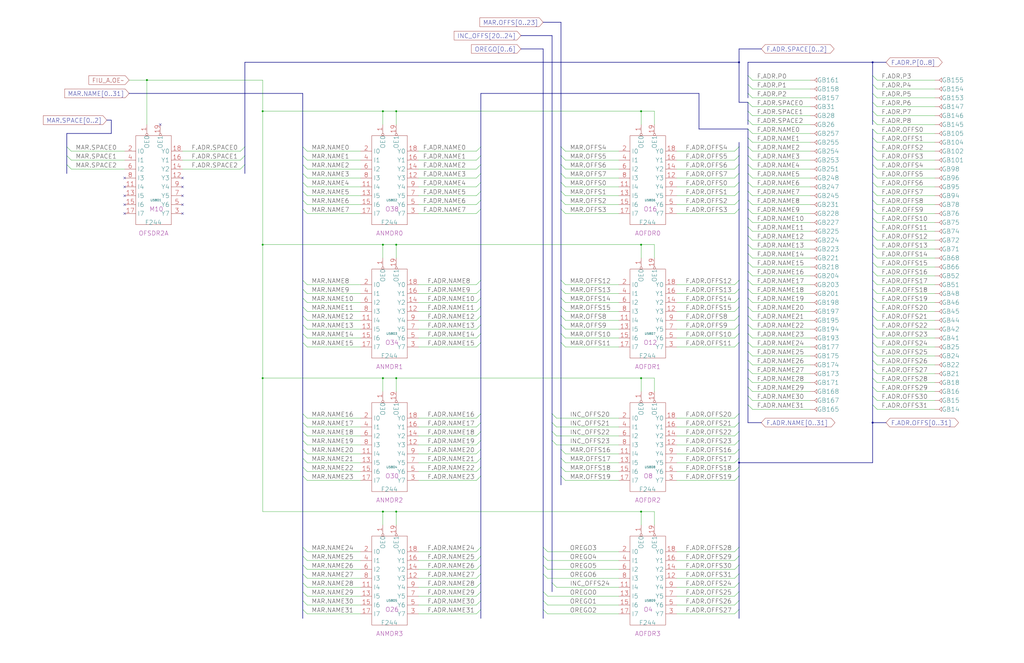
<source format=kicad_sch>
(kicad_sch (version 20250114) (generator "eeschema") (generator_version "9.0")
  (paper "User" 584.2 378.46)
  (title_block (title "ADDRESS BUS DRIVERS") (date "20-MAR-90") (rev "1.0") (comment 1 "FIU") (comment 2 "232-003065") (comment 3 "S400") (comment 4 "RELEASED"))
  (junction (at 497.84 241.3))
  (junction (at 365.76 215.9))
  (junction (at 365.76 139.7))
  (junction (at 218.44 139.7))
  (junction (at 149.86 215.9))
  (junction (at 226.06 139.7))
  (junction (at 149.86 139.7))
  (junction (at 226.06 292.1))
  (junction (at 226.06 63.5))
  (junction (at 365.76 292.1))
  (junction (at 218.44 63.5))
  (junction (at 218.44 292.1))
  (junction (at 226.06 215.9))
  (junction (at 421.64 264.16))
  (junction (at 365.76 63.5))
  (junction (at 497.84 35.56))
  (junction (at 421.64 35.56))
  (junction (at 83.82 45.72))
  (junction (at 218.44 215.9))
  (junction (at 149.86 63.5))
  (no_connect (at 104.14 101.6))
  (no_connect (at 104.14 121.92))
  (no_connect (at 71.12 111.76))
  (no_connect (at 71.12 116.84))
  (no_connect (at 104.14 106.68))
  (no_connect (at 91.44 71.12))
  (no_connect (at 71.12 106.68))
  (no_connect (at 71.12 121.92))
  (no_connect (at 104.14 111.76))
  (no_connect (at 104.14 116.84))
  (no_connect (at 71.12 101.6))
  (bus_entry (at 274.32 347.98) (size -2.54 2.54))
  (bus_entry (at 421.64 246.38) (size -2.54 2.54))
  (bus_entry (at 274.32 165.1) (size -2.54 2.54))
  (bus_entry (at 421.64 342.9) (size -2.54 2.54))
  (bus_entry (at 172.72 261.62) (size 2.54 2.54))
  (bus_entry (at 274.32 317.5) (size -2.54 2.54))
  (bus_entry (at 497.84 53.34) (size 2.54 2.54))
  (bus_entry (at 426.72 205.74) (size 2.54 2.54))
  (bus_entry (at 497.84 134.62) (size 2.54 2.54))
  (bus_entry (at 274.32 256.54) (size -2.54 2.54))
  (bus_entry (at 497.84 175.26) (size 2.54 2.54))
  (bus_entry (at 426.72 73.66) (size 2.54 2.54))
  (bus_entry (at 426.72 139.7) (size 2.54 2.54))
  (bus_entry (at 497.84 185.42) (size 2.54 2.54))
  (bus_entry (at 426.72 53.34) (size 2.54 2.54))
  (bus_entry (at 320.04 99.06) (size 2.54 2.54))
  (bus_entry (at 274.32 266.7) (size -2.54 2.54))
  (bus_entry (at 172.72 104.14) (size 2.54 2.54))
  (bus_entry (at 426.72 93.98) (size 2.54 2.54))
  (bus_entry (at 309.88 322.58) (size 2.54 2.54))
  (bus_entry (at 497.84 220.98) (size 2.54 2.54))
  (bus_entry (at 320.04 114.3) (size 2.54 2.54))
  (bus_entry (at 421.64 322.58) (size -2.54 2.54))
  (bus_entry (at 426.72 48.26) (size 2.54 2.54))
  (bus_entry (at 426.72 175.26) (size 2.54 2.54))
  (bus_entry (at 274.32 236.22) (size -2.54 2.54))
  (bus_entry (at 497.84 48.26) (size 2.54 2.54))
  (bus_entry (at 497.84 170.18) (size 2.54 2.54))
  (bus_entry (at 172.72 175.26) (size 2.54 2.54))
  (bus_entry (at 426.72 154.94) (size 2.54 2.54))
  (bus_entry (at 274.32 322.58) (size -2.54 2.54))
  (bus_entry (at 426.72 63.5) (size 2.54 2.54))
  (bus_entry (at 172.72 180.34) (size 2.54 2.54))
  (bus_entry (at 320.04 195.58) (size 2.54 2.54))
  (bus_entry (at 497.84 154.94) (size 2.54 2.54))
  (bus_entry (at 274.32 109.22) (size -2.54 2.54))
  (bus_entry (at 497.84 78.74) (size 2.54 2.54))
  (bus_entry (at 172.72 109.22) (size 2.54 2.54))
  (bus_entry (at 314.96 332.74) (size 2.54 2.54))
  (bus_entry (at 497.84 180.34) (size 2.54 2.54))
  (bus_entry (at 497.84 139.7) (size 2.54 2.54))
  (bus_entry (at 497.84 195.58) (size 2.54 2.54))
  (bus_entry (at 172.72 246.38) (size 2.54 2.54))
  (bus_entry (at 497.84 190.5) (size 2.54 2.54))
  (bus_entry (at 274.32 327.66) (size -2.54 2.54))
  (bus_entry (at 426.72 195.58) (size 2.54 2.54))
  (bus_entry (at 497.84 165.1) (size 2.54 2.54))
  (bus_entry (at 172.72 236.22) (size 2.54 2.54))
  (bus_entry (at 320.04 119.38) (size 2.54 2.54))
  (bus_entry (at 172.72 195.58) (size 2.54 2.54))
  (bus_entry (at 497.84 114.3) (size 2.54 2.54))
  (bus_entry (at 497.84 43.18) (size 2.54 2.54))
  (bus_entry (at 497.84 119.38) (size 2.54 2.54))
  (bus_entry (at 497.84 88.9) (size 2.54 2.54))
  (bus_entry (at 426.72 58.42) (size 2.54 2.54))
  (bus_entry (at 274.32 312.42) (size -2.54 2.54))
  (bus_entry (at 497.84 210.82) (size 2.54 2.54))
  (bus_entry (at 426.72 170.18) (size 2.54 2.54))
  (bus_entry (at 421.64 93.98) (size -2.54 2.54))
  (bus_entry (at 38.1 83.82) (size 2.54 2.54))
  (bus_entry (at 497.84 83.82) (size 2.54 2.54))
  (bus_entry (at 421.64 251.46) (size -2.54 2.54))
  (bus_entry (at 421.64 317.5) (size -2.54 2.54))
  (bus_entry (at 320.04 271.78) (size 2.54 2.54))
  (bus_entry (at 320.04 109.22) (size 2.54 2.54))
  (bus_entry (at 320.04 261.62) (size 2.54 2.54))
  (bus_entry (at 421.64 170.18) (size -2.54 2.54))
  (bus_entry (at 421.64 165.1) (size -2.54 2.54))
  (bus_entry (at 172.72 119.38) (size 2.54 2.54))
  (bus_entry (at 309.88 337.82) (size 2.54 2.54))
  (bus_entry (at 497.84 149.86) (size 2.54 2.54))
  (bus_entry (at 274.32 251.46) (size -2.54 2.54))
  (bus_entry (at 172.72 170.18) (size 2.54 2.54))
  (bus_entry (at 139.7 83.82) (size -2.54 2.54))
  (bus_entry (at 274.32 93.98) (size -2.54 2.54))
  (bus_entry (at 421.64 175.26) (size -2.54 2.54))
  (bus_entry (at 309.88 327.66) (size 2.54 2.54))
  (bus_entry (at 421.64 104.14) (size -2.54 2.54))
  (bus_entry (at 274.32 190.5) (size -2.54 2.54))
  (bus_entry (at 421.64 190.5) (size -2.54 2.54))
  (bus_entry (at 421.64 271.78) (size -2.54 2.54))
  (bus_entry (at 421.64 185.42) (size -2.54 2.54))
  (bus_entry (at 274.32 160.02) (size -2.54 2.54))
  (bus_entry (at 172.72 185.42) (size 2.54 2.54))
  (bus_entry (at 320.04 170.18) (size 2.54 2.54))
  (bus_entry (at 426.72 129.54) (size 2.54 2.54))
  (bus_entry (at 274.32 119.38) (size -2.54 2.54))
  (bus_entry (at 497.84 63.5) (size 2.54 2.54))
  (bus_entry (at 172.72 347.98) (size 2.54 2.54))
  (bus_entry (at 497.84 99.06) (size 2.54 2.54))
  (bus_entry (at 320.04 190.5) (size 2.54 2.54))
  (bus_entry (at 497.84 215.9) (size 2.54 2.54))
  (bus_entry (at 139.7 93.98) (size -2.54 2.54))
  (bus_entry (at 497.84 104.14) (size 2.54 2.54))
  (bus_entry (at 274.32 180.34) (size -2.54 2.54))
  (bus_entry (at 497.84 73.66) (size 2.54 2.54))
  (bus_entry (at 426.72 226.06) (size 2.54 2.54))
  (bus_entry (at 320.04 83.82) (size 2.54 2.54))
  (bus_entry (at 426.72 43.18) (size 2.54 2.54))
  (bus_entry (at 172.72 114.3) (size 2.54 2.54))
  (bus_entry (at 426.72 215.9) (size 2.54 2.54))
  (bus_entry (at 426.72 78.74) (size 2.54 2.54))
  (bus_entry (at 497.84 109.22) (size 2.54 2.54))
  (bus_entry (at 274.32 88.9) (size -2.54 2.54))
  (bus_entry (at 274.32 83.82) (size -2.54 2.54))
  (bus_entry (at 274.32 185.42) (size -2.54 2.54))
  (bus_entry (at 139.7 88.9) (size -2.54 2.54))
  (bus_entry (at 426.72 185.42) (size 2.54 2.54))
  (bus_entry (at 426.72 83.82) (size 2.54 2.54))
  (bus_entry (at 320.04 185.42) (size 2.54 2.54))
  (bus_entry (at 497.84 200.66) (size 2.54 2.54))
  (bus_entry (at 497.84 129.54) (size 2.54 2.54))
  (bus_entry (at 274.32 104.14) (size -2.54 2.54))
  (bus_entry (at 172.72 271.78) (size 2.54 2.54))
  (bus_entry (at 426.72 104.14) (size 2.54 2.54))
  (bus_entry (at 426.72 190.5) (size 2.54 2.54))
  (bus_entry (at 309.88 317.5) (size 2.54 2.54))
  (bus_entry (at 421.64 261.62) (size -2.54 2.54))
  (bus_entry (at 314.96 236.22) (size 2.54 2.54))
  (bus_entry (at 421.64 332.74) (size -2.54 2.54))
  (bus_entry (at 421.64 114.3) (size -2.54 2.54))
  (bus_entry (at 320.04 160.02) (size 2.54 2.54))
  (bus_entry (at 274.32 99.06) (size -2.54 2.54))
  (bus_entry (at 172.72 251.46) (size 2.54 2.54))
  (bus_entry (at 421.64 88.9) (size -2.54 2.54))
  (bus_entry (at 421.64 337.82) (size -2.54 2.54))
  (bus_entry (at 497.84 144.78) (size 2.54 2.54))
  (bus_entry (at 309.88 312.42) (size 2.54 2.54))
  (bus_entry (at 172.72 327.66) (size 2.54 2.54))
  (bus_entry (at 426.72 149.86) (size 2.54 2.54))
  (bus_entry (at 320.04 256.54) (size 2.54 2.54))
  (bus_entry (at 426.72 134.62) (size 2.54 2.54))
  (bus_entry (at 314.96 251.46) (size 2.54 2.54))
  (bus_entry (at 497.84 226.06) (size 2.54 2.54))
  (bus_entry (at 421.64 241.3) (size -2.54 2.54))
  (bus_entry (at 421.64 99.06) (size -2.54 2.54))
  (bus_entry (at 426.72 165.1) (size 2.54 2.54))
  (bus_entry (at 421.64 266.7) (size -2.54 2.54))
  (bus_entry (at 274.32 175.26) (size -2.54 2.54))
  (bus_entry (at 421.64 236.22) (size -2.54 2.54))
  (bus_entry (at 172.72 99.06) (size 2.54 2.54))
  (bus_entry (at 172.72 88.9) (size 2.54 2.54))
  (bus_entry (at 426.72 144.78) (size 2.54 2.54))
  (bus_entry (at 426.72 220.98) (size 2.54 2.54))
  (bus_entry (at 497.84 231.14) (size 2.54 2.54))
  (bus_entry (at 172.72 256.54) (size 2.54 2.54))
  (bus_entry (at 426.72 99.06) (size 2.54 2.54))
  (bus_entry (at 421.64 109.22) (size -2.54 2.54))
  (bus_entry (at 426.72 160.02) (size 2.54 2.54))
  (bus_entry (at 426.72 200.66) (size 2.54 2.54))
  (bus_entry (at 426.72 180.34) (size 2.54 2.54))
  (bus_entry (at 320.04 266.7) (size 2.54 2.54))
  (bus_entry (at 497.84 68.58) (size 2.54 2.54))
  (bus_entry (at 497.84 93.98) (size 2.54 2.54))
  (bus_entry (at 426.72 124.46) (size 2.54 2.54))
  (bus_entry (at 426.72 109.22) (size 2.54 2.54))
  (bus_entry (at 38.1 88.9) (size 2.54 2.54))
  (bus_entry (at 421.64 119.38) (size -2.54 2.54))
  (bus_entry (at 274.32 246.38) (size -2.54 2.54))
  (bus_entry (at 320.04 180.34) (size 2.54 2.54))
  (bus_entry (at 274.32 241.3) (size -2.54 2.54))
  (bus_entry (at 426.72 88.9) (size 2.54 2.54))
  (bus_entry (at 172.72 160.02) (size 2.54 2.54))
  (bus_entry (at 314.96 246.38) (size 2.54 2.54))
  (bus_entry (at 172.72 337.82) (size 2.54 2.54))
  (bus_entry (at 421.64 83.82) (size -2.54 2.54))
  (bus_entry (at 172.72 165.1) (size 2.54 2.54))
  (bus_entry (at 309.88 342.9) (size 2.54 2.54))
  (bus_entry (at 320.04 93.98) (size 2.54 2.54))
  (bus_entry (at 274.32 332.74) (size -2.54 2.54))
  (bus_entry (at 172.72 93.98) (size 2.54 2.54))
  (bus_entry (at 274.32 337.82) (size -2.54 2.54))
  (bus_entry (at 309.88 347.98) (size 2.54 2.54))
  (bus_entry (at 426.72 68.58) (size 2.54 2.54))
  (bus_entry (at 274.32 261.62) (size -2.54 2.54))
  (bus_entry (at 421.64 160.02) (size -2.54 2.54))
  (bus_entry (at 320.04 104.14) (size 2.54 2.54))
  (bus_entry (at 274.32 195.58) (size -2.54 2.54))
  (bus_entry (at 38.1 93.98) (size 2.54 2.54))
  (bus_entry (at 421.64 347.98) (size -2.54 2.54))
  (bus_entry (at 274.32 170.18) (size -2.54 2.54))
  (bus_entry (at 320.04 175.26) (size 2.54 2.54))
  (bus_entry (at 274.32 342.9) (size -2.54 2.54))
  (bus_entry (at 497.84 160.02) (size 2.54 2.54))
  (bus_entry (at 421.64 312.42) (size -2.54 2.54))
  (bus_entry (at 421.64 327.66) (size -2.54 2.54))
  (bus_entry (at 172.72 317.5) (size 2.54 2.54))
  (bus_entry (at 172.72 83.82) (size 2.54 2.54))
  (bus_entry (at 497.84 124.46) (size 2.54 2.54))
  (bus_entry (at 172.72 190.5) (size 2.54 2.54))
  (bus_entry (at 497.84 58.42) (size 2.54 2.54))
  (bus_entry (at 421.64 180.34) (size -2.54 2.54))
  (bus_entry (at 172.72 332.74) (size 2.54 2.54))
  (bus_entry (at 426.72 114.3) (size 2.54 2.54))
  (bus_entry (at 426.72 210.82) (size 2.54 2.54))
  (bus_entry (at 172.72 241.3) (size 2.54 2.54))
  (bus_entry (at 426.72 231.14) (size 2.54 2.54))
  (bus_entry (at 320.04 165.1) (size 2.54 2.54))
  (bus_entry (at 172.72 342.9) (size 2.54 2.54))
  (bus_entry (at 274.32 271.78) (size -2.54 2.54))
  (bus_entry (at 421.64 195.58) (size -2.54 2.54))
  (bus_entry (at 320.04 88.9) (size 2.54 2.54))
  (bus_entry (at 274.32 114.3) (size -2.54 2.54))
  (bus_entry (at 314.96 241.3) (size 2.54 2.54))
  (bus_entry (at 172.72 312.42) (size 2.54 2.54))
  (bus_entry (at 421.64 256.54) (size -2.54 2.54))
  (bus_entry (at 172.72 266.7) (size 2.54 2.54))
  (bus_entry (at 172.72 322.58) (size 2.54 2.54))
  (bus_entry (at 426.72 119.38) (size 2.54 2.54))
  (bus_entry (at 497.84 205.74) (size 2.54 2.54))
  (bus (pts (xy 274.32 165.1) (xy 274.32 170.18)))
  (bus (pts (xy 274.32 251.46) (xy 274.32 256.54)))
  (bus (pts (xy 172.72 185.42) (xy 172.72 190.5)))
  (wire (pts (xy 500.38 142.24) (xy 533.4 142.24)))
  (wire (pts (xy 429.26 198.12) (xy 462.28 198.12)))
  (wire (pts (xy 500.38 45.72) (xy 533.4 45.72)))
  (wire (pts (xy 238.76 187.96) (xy 271.78 187.96)))
  (wire (pts (xy 429.26 76.2) (xy 462.28 76.2)))
  (bus (pts (xy 274.32 261.62) (xy 274.32 266.7)))
  (wire (pts (xy 500.38 121.92) (xy 533.4 121.92)))
  (bus (pts (xy 309.88 27.94) (xy 309.88 312.42)))
  (wire (pts (xy 322.58 116.84) (xy 353.06 116.84)))
  (bus (pts (xy 426.72 58.42) (xy 421.64 58.42)))
  (wire (pts (xy 373.38 292.1) (xy 373.38 299.72)))
  (bus (pts (xy 274.32 347.98) (xy 274.32 353.06)))
  (wire (pts (xy 322.58 162.56) (xy 353.06 162.56)))
  (bus (pts (xy 320.04 119.38) (xy 320.04 160.02)))
  (bus (pts (xy 421.64 271.78) (xy 421.64 312.42)))
  (bus (pts (xy 274.32 170.18) (xy 274.32 175.26)))
  (bus (pts (xy 274.32 271.78) (xy 274.32 312.42)))
  (wire (pts (xy 429.26 71.12) (xy 462.28 71.12)))
  (wire (pts (xy 238.76 111.76) (xy 271.78 111.76)))
  (bus (pts (xy 172.72 236.22) (xy 172.72 241.3)))
  (wire (pts (xy 386.08 325.12) (xy 419.1 325.12)))
  (bus (pts (xy 426.72 78.74) (xy 426.72 83.82)))
  (bus (pts (xy 172.72 337.82) (xy 172.72 342.9)))
  (bus (pts (xy 172.72 190.5) (xy 172.72 195.58)))
  (bus (pts (xy 497.84 190.5) (xy 497.84 195.58)))
  (wire (pts (xy 175.26 177.8) (xy 205.74 177.8)))
  (bus (pts (xy 320.04 180.34) (xy 320.04 185.42)))
  (wire (pts (xy 238.76 335.28) (xy 271.78 335.28)))
  (wire (pts (xy 238.76 121.92) (xy 271.78 121.92)))
  (wire (pts (xy 386.08 193.04) (xy 419.1 193.04)))
  (wire (pts (xy 226.06 63.5) (xy 218.44 63.5)))
  (bus (pts (xy 421.64 114.3) (xy 421.64 119.38)))
  (bus (pts (xy 426.72 68.58) (xy 426.72 71.12)))
  (wire (pts (xy 500.38 111.76) (xy 533.4 111.76)))
  (bus (pts (xy 497.84 160.02) (xy 497.84 165.1)))
  (bus (pts (xy 426.72 73.66) (xy 426.72 78.74)))
  (wire (pts (xy 218.44 139.7) (xy 218.44 147.32)))
  (wire (pts (xy 238.76 96.52) (xy 271.78 96.52)))
  (wire (pts (xy 238.76 182.88) (xy 271.78 182.88)))
  (bus (pts (xy 421.64 241.3) (xy 421.64 246.38)))
  (bus (pts (xy 274.32 109.22) (xy 274.32 114.3)))
  (bus (pts (xy 274.32 317.5) (xy 274.32 322.58)))
  (bus (pts (xy 426.72 124.46) (xy 426.72 129.54)))
  (bus (pts (xy 320.04 190.5) (xy 320.04 195.58)))
  (wire (pts (xy 226.06 63.5) (xy 226.06 71.12)))
  (bus (pts (xy 497.84 88.9) (xy 497.84 93.98)))
  (wire (pts (xy 312.42 340.36) (xy 353.06 340.36)))
  (bus (pts (xy 497.84 35.56) (xy 505.46 35.56)))
  (bus (pts (xy 274.32 175.26) (xy 274.32 180.34)))
  (bus (pts (xy 274.32 53.34) (xy 398.78 53.34)))
  (bus (pts (xy 274.32 195.58) (xy 274.32 236.22)))
  (bus (pts (xy 421.64 93.98) (xy 421.64 99.06)))
  (bus (pts (xy 421.64 104.14) (xy 421.64 109.22)))
  (bus (pts (xy 421.64 88.9) (xy 421.64 93.98)))
  (wire (pts (xy 317.5 238.76) (xy 353.06 238.76)))
  (wire (pts (xy 386.08 350.52) (xy 419.1 350.52)))
  (wire (pts (xy 40.64 96.52) (xy 71.12 96.52)))
  (wire (pts (xy 322.58 187.96) (xy 353.06 187.96)))
  (wire (pts (xy 500.38 198.12) (xy 533.4 198.12)))
  (bus (pts (xy 421.64 83.82) (xy 421.64 88.9)))
  (bus (pts (xy 314.96 236.22) (xy 314.96 241.3)))
  (wire (pts (xy 218.44 139.7) (xy 149.86 139.7)))
  (wire (pts (xy 175.26 340.36) (xy 205.74 340.36)))
  (bus (pts (xy 172.72 53.34) (xy 172.72 83.82)))
  (wire (pts (xy 429.26 111.76) (xy 462.28 111.76)))
  (bus (pts (xy 274.32 256.54) (xy 274.32 261.62)))
  (wire (pts (xy 175.26 259.08) (xy 205.74 259.08)))
  (bus (pts (xy 274.32 99.06) (xy 274.32 104.14)))
  (bus (pts (xy 320.04 88.9) (xy 320.04 93.98)))
  (bus (pts (xy 172.72 175.26) (xy 172.72 180.34)))
  (wire (pts (xy 386.08 162.56) (xy 419.1 162.56)))
  (wire (pts (xy 238.76 106.68) (xy 271.78 106.68)))
  (bus (pts (xy 426.72 104.14) (xy 426.72 109.22)))
  (bus (pts (xy 426.72 149.86) (xy 426.72 154.94)))
  (bus (pts (xy 426.72 129.54) (xy 426.72 134.62)))
  (bus (pts (xy 497.84 93.98) (xy 497.84 99.06)))
  (wire (pts (xy 386.08 340.36) (xy 419.1 340.36)))
  (bus (pts (xy 497.84 241.3) (xy 497.84 264.16)))
  (bus (pts (xy 497.84 175.26) (xy 497.84 180.34)))
  (wire (pts (xy 238.76 198.12) (xy 271.78 198.12)))
  (bus (pts (xy 421.64 236.22) (xy 421.64 241.3)))
  (wire (pts (xy 429.26 228.6) (xy 462.28 228.6)))
  (wire (pts (xy 175.26 187.96) (xy 205.74 187.96)))
  (bus (pts (xy 320.04 266.7) (xy 320.04 271.78)))
  (wire (pts (xy 386.08 320.04) (xy 419.1 320.04)))
  (wire (pts (xy 429.26 127) (xy 462.28 127)))
  (bus (pts (xy 38.1 83.82) (xy 38.1 88.9)))
  (bus (pts (xy 314.96 241.3) (xy 314.96 246.38)))
  (wire (pts (xy 500.38 137.16) (xy 533.4 137.16)))
  (bus (pts (xy 274.32 185.42) (xy 274.32 190.5)))
  (wire (pts (xy 429.26 218.44) (xy 462.28 218.44)))
  (wire (pts (xy 322.58 198.12) (xy 353.06 198.12)))
  (wire (pts (xy 175.26 162.56) (xy 205.74 162.56)))
  (bus (pts (xy 426.72 35.56) (xy 497.84 35.56)))
  (wire (pts (xy 386.08 187.96) (xy 419.1 187.96)))
  (wire (pts (xy 175.26 264.16) (xy 205.74 264.16)))
  (bus (pts (xy 274.32 241.3) (xy 274.32 246.38)))
  (bus (pts (xy 172.72 322.58) (xy 172.72 327.66)))
  (wire (pts (xy 175.26 325.12) (xy 205.74 325.12)))
  (wire (pts (xy 500.38 147.32) (xy 533.4 147.32)))
  (wire (pts (xy 312.42 350.52) (xy 353.06 350.52)))
  (wire (pts (xy 500.38 233.68) (xy 533.4 233.68)))
  (wire (pts (xy 386.08 86.36) (xy 419.1 86.36)))
  (bus (pts (xy 497.84 104.14) (xy 497.84 109.22)))
  (bus (pts (xy 320.04 261.62) (xy 320.04 266.7)))
  (wire (pts (xy 429.26 208.28) (xy 462.28 208.28)))
  (bus (pts (xy 426.72 43.18) (xy 426.72 48.26)))
  (wire (pts (xy 175.26 101.6) (xy 205.74 101.6)))
  (bus (pts (xy 426.72 200.66) (xy 426.72 205.74)))
  (wire (pts (xy 175.26 86.36) (xy 205.74 86.36)))
  (wire (pts (xy 500.38 91.44) (xy 533.4 91.44)))
  (bus (pts (xy 421.64 35.56) (xy 421.64 27.94)))
  (bus (pts (xy 320.04 195.58) (xy 320.04 256.54)))
  (bus (pts (xy 421.64 261.62) (xy 421.64 264.16)))
  (bus (pts (xy 421.64 251.46) (xy 421.64 256.54)))
  (wire (pts (xy 226.06 292.1) (xy 218.44 292.1)))
  (wire (pts (xy 500.38 187.96) (xy 533.4 187.96)))
  (wire (pts (xy 238.76 193.04) (xy 271.78 193.04)))
  (wire (pts (xy 429.26 132.08) (xy 462.28 132.08)))
  (bus (pts (xy 497.84 119.38) (xy 497.84 124.46)))
  (bus (pts (xy 497.84 134.62) (xy 497.84 139.7)))
  (wire (pts (xy 386.08 345.44) (xy 419.1 345.44)))
  (wire (pts (xy 365.76 63.5) (xy 365.76 71.12)))
  (wire (pts (xy 175.26 91.44) (xy 205.74 91.44)))
  (bus (pts (xy 426.72 180.34) (xy 426.72 185.42)))
  (bus (pts (xy 497.84 215.9) (xy 497.84 220.98)))
  (bus (pts (xy 172.72 251.46) (xy 172.72 256.54)))
  (bus (pts (xy 309.88 347.98) (xy 309.88 353.06)))
  (wire (pts (xy 500.38 127) (xy 533.4 127)))
  (wire (pts (xy 386.08 116.84) (xy 419.1 116.84)))
  (wire (pts (xy 429.26 167.64) (xy 462.28 167.64)))
  (wire (pts (xy 175.26 254) (xy 205.74 254)))
  (bus (pts (xy 309.88 337.82) (xy 309.88 342.9)))
  (wire (pts (xy 218.44 292.1) (xy 218.44 299.72)))
  (bus (pts (xy 497.84 144.78) (xy 497.84 149.86)))
  (bus (pts (xy 426.72 175.26) (xy 426.72 180.34)))
  (wire (pts (xy 429.26 60.96) (xy 462.28 60.96)))
  (bus (pts (xy 426.72 160.02) (xy 426.72 165.1)))
  (bus (pts (xy 497.84 226.06) (xy 497.84 231.14)))
  (bus (pts (xy 314.96 246.38) (xy 314.96 251.46)))
  (bus (pts (xy 274.32 180.34) (xy 274.32 185.42)))
  (bus (pts (xy 421.64 317.5) (xy 421.64 322.58)))
  (wire (pts (xy 175.26 269.24) (xy 205.74 269.24)))
  (wire (pts (xy 500.38 81.28) (xy 533.4 81.28)))
  (wire (pts (xy 365.76 139.7) (xy 365.76 147.32)))
  (wire (pts (xy 429.26 152.4) (xy 462.28 152.4)))
  (wire (pts (xy 322.58 91.44) (xy 353.06 91.44)))
  (bus (pts (xy 497.84 43.18) (xy 497.84 48.26)))
  (bus (pts (xy 421.64 337.82) (xy 421.64 342.9)))
  (wire (pts (xy 429.26 86.36) (xy 462.28 86.36)))
  (wire (pts (xy 322.58 274.32) (xy 353.06 274.32)))
  (bus (pts (xy 497.84 231.14) (xy 497.84 241.3)))
  (wire (pts (xy 429.26 101.6) (xy 462.28 101.6)))
  (bus (pts (xy 497.84 200.66) (xy 497.84 205.74)))
  (bus (pts (xy 497.84 58.42) (xy 497.84 63.5)))
  (bus (pts (xy 274.32 236.22) (xy 274.32 241.3)))
  (wire (pts (xy 322.58 177.8) (xy 353.06 177.8)))
  (bus (pts (xy 497.84 205.74) (xy 497.84 210.82)))
  (bus (pts (xy 426.72 220.98) (xy 426.72 226.06)))
  (wire (pts (xy 322.58 121.92) (xy 353.06 121.92)))
  (wire (pts (xy 238.76 340.36) (xy 271.78 340.36)))
  (bus (pts (xy 426.72 170.18) (xy 426.72 175.26)))
  (wire (pts (xy 226.06 139.7) (xy 218.44 139.7)))
  (bus (pts (xy 426.72 139.7) (xy 426.72 144.78)))
  (wire (pts (xy 104.14 86.36) (xy 137.16 86.36)))
  (wire (pts (xy 175.26 335.28) (xy 205.74 335.28)))
  (wire (pts (xy 175.26 172.72) (xy 205.74 172.72)))
  (wire (pts (xy 500.38 132.08) (xy 533.4 132.08)))
  (bus (pts (xy 320.04 185.42) (xy 320.04 190.5)))
  (bus (pts (xy 38.1 88.9) (xy 38.1 93.98)))
  (wire (pts (xy 312.42 345.44) (xy 353.06 345.44)))
  (bus (pts (xy 172.72 114.3) (xy 172.72 119.38)))
  (wire (pts (xy 175.26 193.04) (xy 205.74 193.04)))
  (wire (pts (xy 317.5 248.92) (xy 353.06 248.92)))
  (wire (pts (xy 218.44 215.9) (xy 149.86 215.9)))
  (bus (pts (xy 426.72 35.56) (xy 426.72 43.18)))
  (bus (pts (xy 421.64 175.26) (xy 421.64 180.34)))
  (wire (pts (xy 175.26 106.68) (xy 205.74 106.68)))
  (wire (pts (xy 149.86 215.9) (xy 149.86 139.7)))
  (bus (pts (xy 426.72 109.22) (xy 426.72 114.3)))
  (wire (pts (xy 373.38 139.7) (xy 373.38 147.32)))
  (wire (pts (xy 500.38 213.36) (xy 533.4 213.36)))
  (bus (pts (xy 320.04 83.82) (xy 320.04 88.9)))
  (wire (pts (xy 365.76 215.9) (xy 365.76 223.52)))
  (wire (pts (xy 312.42 325.12) (xy 353.06 325.12)))
  (bus (pts (xy 421.64 119.38) (xy 421.64 160.02)))
  (wire (pts (xy 386.08 91.44) (xy 419.1 91.44)))
  (wire (pts (xy 386.08 330.2) (xy 419.1 330.2)))
  (bus (pts (xy 172.72 109.22) (xy 172.72 114.3)))
  (bus (pts (xy 497.84 129.54) (xy 497.84 134.62)))
  (bus (pts (xy 497.84 149.86) (xy 497.84 154.94)))
  (bus (pts (xy 320.04 271.78) (xy 320.04 276.86)))
  (wire (pts (xy 429.26 177.8) (xy 462.28 177.8)))
  (wire (pts (xy 322.58 106.68) (xy 353.06 106.68)))
  (wire (pts (xy 312.42 314.96) (xy 353.06 314.96)))
  (bus (pts (xy 421.64 170.18) (xy 421.64 175.26)))
  (bus (pts (xy 421.64 190.5) (xy 421.64 195.58)))
  (bus (pts (xy 172.72 93.98) (xy 172.72 99.06)))
  (bus (pts (xy 309.88 317.5) (xy 309.88 322.58)))
  (wire (pts (xy 175.26 116.84) (xy 205.74 116.84)))
  (bus (pts (xy 274.32 53.34) (xy 274.32 83.82)))
  (wire (pts (xy 386.08 177.8) (xy 419.1 177.8)))
  (bus (pts (xy 426.72 195.58) (xy 426.72 200.66)))
  (wire (pts (xy 500.38 228.6) (xy 533.4 228.6)))
  (wire (pts (xy 429.26 187.96) (xy 462.28 187.96)))
  (wire (pts (xy 500.38 177.8) (xy 533.4 177.8)))
  (bus (pts (xy 421.64 81.28) (xy 421.64 83.82)))
  (wire (pts (xy 373.38 63.5) (xy 373.38 71.12)))
  (bus (pts (xy 421.64 266.7) (xy 421.64 271.78)))
  (wire (pts (xy 226.06 139.7) (xy 226.06 147.32)))
  (wire (pts (xy 83.82 45.72) (xy 83.82 71.12)))
  (bus (pts (xy 320.04 165.1) (xy 320.04 170.18)))
  (bus (pts (xy 426.72 215.9) (xy 426.72 220.98)))
  (wire (pts (xy 175.26 330.2) (xy 205.74 330.2)))
  (wire (pts (xy 429.26 142.24) (xy 462.28 142.24)))
  (bus (pts (xy 497.84 180.34) (xy 497.84 185.42)))
  (wire (pts (xy 175.26 243.84) (xy 205.74 243.84)))
  (wire (pts (xy 104.14 91.44) (xy 137.16 91.44)))
  (bus (pts (xy 497.84 73.66) (xy 497.84 78.74)))
  (wire (pts (xy 365.76 215.9) (xy 226.06 215.9)))
  (wire (pts (xy 238.76 86.36) (xy 271.78 86.36)))
  (bus (pts (xy 421.64 264.16) (xy 421.64 266.7)))
  (wire (pts (xy 218.44 215.9) (xy 218.44 223.52)))
  (wire (pts (xy 322.58 96.52) (xy 353.06 96.52)))
  (bus (pts (xy 139.7 93.98) (xy 139.7 99.06)))
  (wire (pts (xy 429.26 193.04) (xy 462.28 193.04)))
  (bus (pts (xy 139.7 83.82) (xy 139.7 88.9)))
  (bus (pts (xy 172.72 342.9) (xy 172.72 347.98)))
  (wire (pts (xy 322.58 167.64) (xy 353.06 167.64)))
  (wire (pts (xy 500.38 208.28) (xy 533.4 208.28)))
  (bus (pts (xy 426.72 83.82) (xy 426.72 88.9)))
  (wire (pts (xy 322.58 264.16) (xy 353.06 264.16)))
  (bus (pts (xy 172.72 312.42) (xy 172.72 317.5)))
  (bus (pts (xy 497.84 165.1) (xy 497.84 170.18)))
  (bus (pts (xy 172.72 195.58) (xy 172.72 236.22)))
  (bus (pts (xy 497.84 195.58) (xy 497.84 200.66)))
  (wire (pts (xy 175.26 111.76) (xy 205.74 111.76)))
  (bus (pts (xy 274.32 190.5) (xy 274.32 195.58)))
  (wire (pts (xy 238.76 243.84) (xy 271.78 243.84)))
  (wire (pts (xy 175.26 350.52) (xy 205.74 350.52)))
  (bus (pts (xy 139.7 35.56) (xy 421.64 35.56)))
  (wire (pts (xy 317.5 254) (xy 353.06 254)))
  (wire (pts (xy 40.64 86.36) (xy 71.12 86.36)))
  (wire (pts (xy 386.08 101.6) (xy 419.1 101.6)))
  (bus (pts (xy 172.72 347.98) (xy 172.72 353.06)))
  (bus (pts (xy 172.72 170.18) (xy 172.72 175.26)))
  (bus (pts (xy 497.84 35.56) (xy 497.84 43.18)))
  (bus (pts (xy 274.32 312.42) (xy 274.32 317.5)))
  (wire (pts (xy 238.76 264.16) (xy 271.78 264.16)))
  (bus (pts (xy 172.72 160.02) (xy 172.72 165.1)))
  (wire (pts (xy 429.26 137.16) (xy 462.28 137.16)))
  (wire (pts (xy 238.76 330.2) (xy 271.78 330.2)))
  (wire (pts (xy 386.08 167.64) (xy 419.1 167.64)))
  (bus (pts (xy 426.72 114.3) (xy 426.72 119.38)))
  (wire (pts (xy 312.42 320.04) (xy 353.06 320.04)))
  (bus (pts (xy 497.84 68.58) (xy 497.84 71.12)))
  (wire (pts (xy 312.42 330.2) (xy 353.06 330.2)))
  (bus (pts (xy 172.72 271.78) (xy 172.72 312.42)))
  (bus (pts (xy 172.72 256.54) (xy 172.72 261.62)))
  (bus (pts (xy 320.04 12.7) (xy 320.04 83.82)))
  (wire (pts (xy 429.26 91.44) (xy 462.28 91.44)))
  (wire (pts (xy 373.38 292.1) (xy 365.76 292.1)))
  (wire (pts (xy 429.26 106.68) (xy 462.28 106.68)))
  (wire (pts (xy 386.08 335.28) (xy 419.1 335.28)))
  (bus (pts (xy 274.32 119.38) (xy 274.32 160.02)))
  (bus (pts (xy 421.64 347.98) (xy 421.64 353.06)))
  (wire (pts (xy 500.38 96.52) (xy 533.4 96.52)))
  (wire (pts (xy 149.86 292.1) (xy 149.86 215.9)))
  (bus (pts (xy 172.72 332.74) (xy 172.72 337.82)))
  (bus (pts (xy 426.72 210.82) (xy 426.72 215.9)))
  (bus (pts (xy 314.96 332.74) (xy 314.96 337.82)))
  (bus (pts (xy 309.88 312.42) (xy 309.88 317.5)))
  (wire (pts (xy 226.06 292.1) (xy 226.06 299.72)))
  (wire (pts (xy 500.38 71.12) (xy 533.4 71.12)))
  (wire (pts (xy 500.38 162.56) (xy 533.4 162.56)))
  (wire (pts (xy 317.5 243.84) (xy 353.06 243.84)))
  (bus (pts (xy 172.72 180.34) (xy 172.72 185.42)))
  (wire (pts (xy 386.08 243.84) (xy 419.1 243.84)))
  (wire (pts (xy 322.58 193.04) (xy 353.06 193.04)))
  (bus (pts (xy 320.04 99.06) (xy 320.04 104.14)))
  (wire (pts (xy 500.38 50.8) (xy 533.4 50.8)))
  (wire (pts (xy 500.38 193.04) (xy 533.4 193.04)))
  (bus (pts (xy 274.32 332.74) (xy 274.32 337.82)))
  (wire (pts (xy 322.58 269.24) (xy 353.06 269.24)))
  (bus (pts (xy 497.84 154.94) (xy 497.84 160.02)))
  (wire (pts (xy 175.26 320.04) (xy 205.74 320.04)))
  (wire (pts (xy 175.26 274.32) (xy 205.74 274.32)))
  (bus (pts (xy 320.04 109.22) (xy 320.04 114.3)))
  (bus (pts (xy 172.72 119.38) (xy 172.72 160.02)))
  (bus (pts (xy 297.18 20.32) (xy 314.96 20.32)))
  (wire (pts (xy 218.44 63.5) (xy 149.86 63.5)))
  (wire (pts (xy 238.76 238.76) (xy 271.78 238.76)))
  (wire (pts (xy 238.76 172.72) (xy 271.78 172.72)))
  (wire (pts (xy 500.38 167.64) (xy 533.4 167.64)))
  (bus (pts (xy 421.64 342.9) (xy 421.64 347.98)))
  (bus (pts (xy 421.64 165.1) (xy 421.64 170.18)))
  (bus (pts (xy 274.32 83.82) (xy 274.32 88.9)))
  (bus (pts (xy 320.04 93.98) (xy 320.04 99.06)))
  (wire (pts (xy 429.26 213.36) (xy 462.28 213.36)))
  (wire (pts (xy 500.38 86.36) (xy 533.4 86.36)))
  (bus (pts (xy 172.72 165.1) (xy 172.72 170.18)))
  (bus (pts (xy 426.72 165.1) (xy 426.72 170.18)))
  (wire (pts (xy 386.08 111.76) (xy 419.1 111.76)))
  (wire (pts (xy 386.08 172.72) (xy 419.1 172.72)))
  (bus (pts (xy 497.84 170.18) (xy 497.84 175.26)))
  (wire (pts (xy 218.44 292.1) (xy 149.86 292.1)))
  (wire (pts (xy 322.58 182.88) (xy 353.06 182.88)))
  (bus (pts (xy 320.04 256.54) (xy 320.04 261.62)))
  (bus (pts (xy 274.32 246.38) (xy 274.32 251.46)))
  (wire (pts (xy 386.08 264.16) (xy 419.1 264.16)))
  (bus (pts (xy 426.72 154.94) (xy 426.72 160.02)))
  (wire (pts (xy 429.26 116.84) (xy 462.28 116.84)))
  (wire (pts (xy 373.38 215.9) (xy 373.38 223.52)))
  (wire (pts (xy 365.76 292.1) (xy 365.76 299.72)))
  (wire (pts (xy 500.38 172.72) (xy 533.4 172.72)))
  (bus (pts (xy 426.72 53.34) (xy 426.72 55.88)))
  (wire (pts (xy 149.86 139.7) (xy 149.86 63.5)))
  (bus (pts (xy 497.84 63.5) (xy 497.84 68.58)))
  (bus (pts (xy 172.72 261.62) (xy 172.72 266.7)))
  (wire (pts (xy 386.08 269.24) (xy 419.1 269.24)))
  (wire (pts (xy 175.26 345.44) (xy 205.74 345.44)))
  (bus (pts (xy 63.5 76.2) (xy 38.1 76.2)))
  (bus (pts (xy 274.32 322.58) (xy 274.32 327.66)))
  (bus (pts (xy 139.7 35.56) (xy 139.7 83.82)))
  (wire (pts (xy 500.38 101.6) (xy 533.4 101.6)))
  (wire (pts (xy 238.76 254) (xy 271.78 254)))
  (wire (pts (xy 238.76 274.32) (xy 271.78 274.32)))
  (bus (pts (xy 398.78 53.34) (xy 398.78 73.66)))
  (bus (pts (xy 421.64 27.94) (xy 434.34 27.94)))
  (bus (pts (xy 497.84 220.98) (xy 497.84 226.06)))
  (wire (pts (xy 238.76 162.56) (xy 271.78 162.56)))
  (wire (pts (xy 322.58 86.36) (xy 353.06 86.36)))
  (wire (pts (xy 500.38 60.96) (xy 533.4 60.96)))
  (bus (pts (xy 426.72 185.42) (xy 426.72 190.5)))
  (bus (pts (xy 320.04 170.18) (xy 320.04 175.26)))
  (wire (pts (xy 386.08 121.92) (xy 419.1 121.92)))
  (bus (pts (xy 172.72 317.5) (xy 172.72 322.58)))
  (bus (pts (xy 274.32 266.7) (xy 274.32 271.78)))
  (wire (pts (xy 500.38 218.44) (xy 533.4 218.44)))
  (wire (pts (xy 175.26 314.96) (xy 205.74 314.96)))
  (bus (pts (xy 426.72 205.74) (xy 426.72 210.82)))
  (bus (pts (xy 426.72 58.42) (xy 426.72 63.5)))
  (bus (pts (xy 274.32 337.82) (xy 274.32 342.9)))
  (wire (pts (xy 322.58 172.72) (xy 353.06 172.72)))
  (bus (pts (xy 421.64 327.66) (xy 421.64 332.74)))
  (bus (pts (xy 426.72 63.5) (xy 426.72 68.58)))
  (wire (pts (xy 429.26 45.72) (xy 462.28 45.72)))
  (wire (pts (xy 386.08 106.68) (xy 419.1 106.68)))
  (bus (pts (xy 320.04 104.14) (xy 320.04 109.22)))
  (wire (pts (xy 238.76 269.24) (xy 271.78 269.24)))
  (bus (pts (xy 421.64 312.42) (xy 421.64 317.5)))
  (bus (pts (xy 426.72 88.9) (xy 426.72 93.98)))
  (wire (pts (xy 386.08 254) (xy 419.1 254)))
  (wire (pts (xy 500.38 223.52) (xy 533.4 223.52)))
  (wire (pts (xy 373.38 139.7) (xy 365.76 139.7)))
  (wire (pts (xy 238.76 345.44) (xy 271.78 345.44)))
  (bus (pts (xy 314.96 251.46) (xy 314.96 332.74)))
  (wire (pts (xy 175.26 238.76) (xy 205.74 238.76)))
  (wire (pts (xy 386.08 259.08) (xy 419.1 259.08)))
  (wire (pts (xy 238.76 350.52) (xy 271.78 350.52)))
  (wire (pts (xy 322.58 101.6) (xy 353.06 101.6)))
  (bus (pts (xy 497.84 53.34) (xy 497.84 58.42)))
  (bus (pts (xy 426.72 231.14) (xy 426.72 241.3)))
  (bus (pts (xy 421.64 180.34) (xy 421.64 185.42)))
  (bus (pts (xy 309.88 322.58) (xy 309.88 327.66)))
  (wire (pts (xy 429.26 81.28) (xy 462.28 81.28)))
  (wire (pts (xy 238.76 259.08) (xy 271.78 259.08)))
  (bus (pts (xy 426.72 226.06) (xy 426.72 231.14)))
  (wire (pts (xy 429.26 66.04) (xy 462.28 66.04)))
  (wire (pts (xy 218.44 63.5) (xy 218.44 71.12)))
  (bus (pts (xy 497.84 210.82) (xy 497.84 215.9)))
  (wire (pts (xy 238.76 320.04) (xy 271.78 320.04)))
  (wire (pts (xy 175.26 96.52) (xy 205.74 96.52)))
  (bus (pts (xy 421.64 264.16) (xy 497.84 264.16)))
  (bus (pts (xy 497.84 139.7) (xy 497.84 144.78)))
  (bus (pts (xy 497.84 124.46) (xy 497.84 129.54)))
  (wire (pts (xy 238.76 314.96) (xy 271.78 314.96)))
  (wire (pts (xy 429.26 147.32) (xy 462.28 147.32)))
  (bus (pts (xy 421.64 185.42) (xy 421.64 190.5)))
  (bus (pts (xy 421.64 332.74) (xy 421.64 337.82)))
  (wire (pts (xy 175.26 167.64) (xy 205.74 167.64)))
  (bus (pts (xy 38.1 93.98) (xy 38.1 99.06)))
  (bus (pts (xy 60.96 68.58) (xy 63.5 68.58)))
  (wire (pts (xy 429.26 96.52) (xy 462.28 96.52)))
  (wire (pts (xy 429.26 203.2) (xy 462.28 203.2)))
  (wire (pts (xy 500.38 76.2) (xy 533.4 76.2)))
  (wire (pts (xy 175.26 198.12) (xy 205.74 198.12)))
  (wire (pts (xy 429.26 162.56) (xy 462.28 162.56)))
  (bus (pts (xy 172.72 104.14) (xy 172.72 109.22)))
  (wire (pts (xy 500.38 157.48) (xy 533.4 157.48)))
  (bus (pts (xy 139.7 88.9) (xy 139.7 93.98)))
  (bus (pts (xy 320.04 175.26) (xy 320.04 180.34)))
  (wire (pts (xy 365.76 292.1) (xy 226.06 292.1)))
  (bus (pts (xy 172.72 83.82) (xy 172.72 88.9)))
  (wire (pts (xy 429.26 157.48) (xy 462.28 157.48)))
  (bus (pts (xy 497.84 241.3) (xy 505.46 241.3)))
  (bus (pts (xy 421.64 246.38) (xy 421.64 251.46)))
  (bus (pts (xy 497.84 99.06) (xy 497.84 104.14)))
  (wire (pts (xy 500.38 55.88) (xy 533.4 55.88)))
  (bus (pts (xy 274.32 88.9) (xy 274.32 93.98)))
  (wire (pts (xy 386.08 96.52) (xy 419.1 96.52)))
  (bus (pts (xy 274.32 114.3) (xy 274.32 119.38)))
  (bus (pts (xy 426.72 190.5) (xy 426.72 195.58)))
  (wire (pts (xy 149.86 63.5) (xy 149.86 45.72)))
  (wire (pts (xy 429.26 233.68) (xy 462.28 233.68)))
  (bus (pts (xy 426.72 48.26) (xy 426.72 53.34)))
  (bus (pts (xy 274.32 327.66) (xy 274.32 332.74)))
  (wire (pts (xy 500.38 152.4) (xy 533.4 152.4)))
  (bus (pts (xy 421.64 99.06) (xy 421.64 104.14)))
  (bus (pts (xy 426.72 134.62) (xy 426.72 139.7)))
  (bus (pts (xy 497.84 48.26) (xy 497.84 53.34)))
  (bus (pts (xy 497.84 78.74) (xy 497.84 83.82)))
  (bus (pts (xy 497.84 185.42) (xy 497.84 190.5)))
  (bus (pts (xy 297.18 27.94) (xy 309.88 27.94)))
  (bus (pts (xy 320.04 160.02) (xy 320.04 165.1)))
  (bus (pts (xy 421.64 322.58) (xy 421.64 327.66)))
  (wire (pts (xy 500.38 106.68) (xy 533.4 106.68)))
  (wire (pts (xy 322.58 259.08) (xy 353.06 259.08)))
  (wire (pts (xy 386.08 248.92) (xy 419.1 248.92)))
  (bus (pts (xy 172.72 327.66) (xy 172.72 332.74)))
  (wire (pts (xy 386.08 198.12) (xy 419.1 198.12)))
  (wire (pts (xy 238.76 248.92) (xy 271.78 248.92)))
  (wire (pts (xy 429.26 50.8) (xy 462.28 50.8)))
  (bus (pts (xy 426.72 144.78) (xy 426.72 149.86)))
  (wire (pts (xy 238.76 167.64) (xy 271.78 167.64)))
  (wire (pts (xy 373.38 63.5) (xy 365.76 63.5)))
  (bus (pts (xy 309.88 342.9) (xy 309.88 347.98)))
  (bus (pts (xy 274.32 160.02) (xy 274.32 165.1)))
  (wire (pts (xy 175.26 121.92) (xy 205.74 121.92)))
  (bus (pts (xy 172.72 246.38) (xy 172.72 251.46)))
  (wire (pts (xy 175.26 182.88) (xy 205.74 182.88)))
  (wire (pts (xy 40.64 91.44) (xy 71.12 91.44)))
  (bus (pts (xy 172.72 266.7) (xy 172.72 271.78)))
  (bus (pts (xy 172.72 99.06) (xy 172.72 104.14)))
  (wire (pts (xy 386.08 182.88) (xy 419.1 182.88)))
  (wire (pts (xy 500.38 66.04) (xy 533.4 66.04)))
  (bus (pts (xy 426.72 93.98) (xy 426.72 99.06)))
  (wire (pts (xy 238.76 325.12) (xy 271.78 325.12)))
  (wire (pts (xy 104.14 96.52) (xy 137.16 96.52)))
  (wire (pts (xy 226.06 215.9) (xy 226.06 223.52)))
  (wire (pts (xy 500.38 182.88) (xy 533.4 182.88)))
  (bus (pts (xy 172.72 88.9) (xy 172.72 93.98)))
  (wire (pts (xy 322.58 111.76) (xy 353.06 111.76)))
  (wire (pts (xy 238.76 116.84) (xy 271.78 116.84)))
  (bus (pts (xy 172.72 241.3) (xy 172.72 246.38)))
  (bus (pts (xy 497.84 114.3) (xy 497.84 119.38)))
  (wire (pts (xy 429.26 55.88) (xy 462.28 55.88)))
  (bus (pts (xy 314.96 20.32) (xy 314.96 236.22)))
  (bus (pts (xy 426.72 99.06) (xy 426.72 104.14)))
  (bus (pts (xy 274.32 342.9) (xy 274.32 347.98)))
  (wire (pts (xy 238.76 101.6) (xy 271.78 101.6)))
  (wire (pts (xy 73.66 45.72) (xy 83.82 45.72)))
  (bus (pts (xy 398.78 73.66) (xy 426.72 73.66)))
  (wire (pts (xy 429.26 182.88) (xy 462.28 182.88)))
  (wire (pts (xy 386.08 314.96) (xy 419.1 314.96)))
  (wire (pts (xy 429.26 223.52) (xy 462.28 223.52)))
  (bus (pts (xy 309.88 327.66) (xy 309.88 337.82)))
  (bus (pts (xy 421.64 195.58) (xy 421.64 236.22)))
  (wire (pts (xy 373.38 215.9) (xy 365.76 215.9)))
  (wire (pts (xy 226.06 215.9) (xy 218.44 215.9)))
  (bus (pts (xy 426.72 119.38) (xy 426.72 124.46)))
  (bus (pts (xy 73.66 53.34) (xy 172.72 53.34)))
  (wire (pts (xy 500.38 116.84) (xy 533.4 116.84)))
  (wire (pts (xy 365.76 63.5) (xy 226.06 63.5)))
  (wire (pts (xy 317.5 335.28) (xy 353.06 335.28)))
  (bus (pts (xy 63.5 68.58) (xy 63.5 76.2)))
  (wire (pts (xy 365.76 139.7) (xy 226.06 139.7)))
  (wire (pts (xy 429.26 172.72) (xy 462.28 172.72)))
  (bus (pts (xy 320.04 114.3) (xy 320.04 119.38)))
  (wire (pts (xy 175.26 248.92) (xy 205.74 248.92)))
  (bus (pts (xy 497.84 83.82) (xy 497.84 88.9)))
  (bus (pts (xy 38.1 76.2) (xy 38.1 83.82)))
  (wire (pts (xy 500.38 203.2) (xy 533.4 203.2)))
  (bus (pts (xy 309.88 12.7) (xy 320.04 12.7)))
  (wire (pts (xy 386.08 238.76) (xy 419.1 238.76)))
  (wire (pts (xy 238.76 177.8) (xy 271.78 177.8)))
  (bus (pts (xy 421.64 160.02) (xy 421.64 165.1)))
  (wire (pts (xy 238.76 91.44) (xy 271.78 91.44)))
  (bus (pts (xy 497.84 109.22) (xy 497.84 114.3)))
  (wire (pts (xy 83.82 45.72) (xy 149.86 45.72)))
  (bus (pts (xy 421.64 109.22) (xy 421.64 114.3)))
  (bus (pts (xy 421.64 256.54) (xy 421.64 261.62)))
  (bus (pts (xy 274.32 93.98) (xy 274.32 99.06)))
  (bus (pts (xy 274.32 104.14) (xy 274.32 109.22)))
  (wire (pts (xy 429.26 121.92) (xy 462.28 121.92)))
  (bus (pts (xy 426.72 241.3) (xy 434.34 241.3)))
  (bus (pts (xy 421.64 58.42) (xy 421.64 35.56)))
  (wire (pts (xy 386.08 274.32) (xy 419.1 274.32)))
  (label "F.ADR.NAME27" (at 431.8 213.36 0) (effects (font (size 2.54 2.54))))
  (label "INC_OFFS22" (at 325.12 248.92 0) (effects (font (size 2.54 2.54))))
  (label "F.ADR.NAME1" (at 241.3 91.44 0) (effects (font (size 2.54 2.54))))
  (label "F.ADR.OFFS1" (at 502.92 81.28 0) (effects (font (size 2.54 2.54))))
  (label "F.ADR.P8" (at 502.92 71.12 0) (effects (font (size 2.54 2.54))))
  (label "MAR.OFFS12" (at 325.12 162.56 0) (effects (font (size 2.54 2.54))))
  (label "F.ADR.NAME24" (at 243.84 314.96 0) (effects (font (size 2.54 2.54))))
  (label "OREGO1" (at 325.12 345.44 0) (effects (font (size 2.54 2.54))))
  (label "OREGO4" (at 325.12 320.04 0) (effects (font (size 2.54 2.54))))
  (label "MAR.OFFS6" (at 325.12 96.52 0) (effects (font (size 2.54 2.54))))
  (label "F.ADR.OFFS18" (at 502.92 167.64 0) (effects (font (size 2.54 2.54))))
  (label "F.ADR.NAME5" (at 241.3 111.76 0) (effects (font (size 2.54 2.54))))
  (label "MAR.OFFS5" (at 325.12 91.44 0) (effects (font (size 2.54 2.54))))
  (label "MAR.NAME11" (at 177.8 177.8 0) (effects (font (size 2.54 2.54))))
  (label "MAR.OFFS9" (at 325.12 187.96 0) (effects (font (size 2.54 2.54))))
  (label "MAR.NAME24" (at 177.8 314.96 0) (effects (font (size 2.54 2.54))))
  (label "F.ADR.OFFS21" (at 391.16 243.84 0) (effects (font (size 2.54 2.54))))
  (label "F.ADR.P0" (at 431.8 45.72 0) (effects (font (size 2.54 2.54))))
  (label "F.ADR.OFFS11" (at 391.16 198.12 0) (effects (font (size 2.54 2.54))))
  (label "MAR.NAME2" (at 177.8 96.52 0) (effects (font (size 2.54 2.54))))
  (label "F.ADR.OFFS8" (at 502.92 116.84 0) (effects (font (size 2.54 2.54))))
  (label "MAR.OFFS11" (at 325.12 198.12 0) (effects (font (size 2.54 2.54))))
  (label "MAR.OFFS2" (at 325.12 116.84 0) (effects (font (size 2.54 2.54))))
  (label "F.ADR.OFFS20" (at 391.16 238.76 0) (effects (font (size 2.54 2.54))))
  (label "F.ADR.NAME18" (at 431.8 167.64 0) (effects (font (size 2.54 2.54))))
  (label "F.ADR.NAME12" (at 431.8 137.16 0) (effects (font (size 2.54 2.54))))
  (label "F.ADR.OFFS18" (at 391.16 269.24 0) (effects (font (size 2.54 2.54))))
  (label "F.ADR.OFFS1" (at 391.16 111.76 0) (effects (font (size 2.54 2.54))))
  (label "MAR.OFFS3" (at 325.12 121.92 0) (effects (font (size 2.54 2.54))))
  (label "F.ADR.OFFS9" (at 502.92 121.92 0) (effects (font (size 2.54 2.54))))
  (label "MAR.NAME21" (at 177.8 264.16 0) (effects (font (size 2.54 2.54))))
  (label "F.ADR.NAME13" (at 243.84 187.96 0) (effects (font (size 2.54 2.54))))
  (label "MAR.NAME12" (at 177.8 182.88 0) (effects (font (size 2.54 2.54))))
  (label "F.ADR.NAME20" (at 431.8 177.8 0) (effects (font (size 2.54 2.54))))
  (label "F.ADR.SPACE0" (at 431.8 60.96 0) (effects (font (size 2.54 2.54))))
  (label "F.ADR.OFFS14" (at 502.92 147.32 0) (effects (font (size 2.54 2.54))))
  (label "F.ADR.SPACE2" (at 109.22 96.52 0) (effects (font (size 2.54 2.54))))
  (label "MAR.OFFS4" (at 325.12 86.36 0) (effects (font (size 2.54 2.54))))
  (label "MAR.NAME23" (at 177.8 274.32 0) (effects (font (size 2.54 2.54))))
  (label "F.ADR.OFFS28" (at 391.16 314.96 0) (effects (font (size 2.54 2.54))))
  (label "F.ADR.NAME18" (at 243.84 248.92 0) (effects (font (size 2.54 2.54))))
  (label "F.ADR.NAME11" (at 431.8 132.08 0) (effects (font (size 2.54 2.54))))
  (label "F.ADR.OFFS5" (at 502.92 101.6 0) (effects (font (size 2.54 2.54))))
  (label "F.ADR.P6" (at 502.92 60.96 0) (effects (font (size 2.54 2.54))))
  (label "MAR.NAME29" (at 177.8 340.36 0) (effects (font (size 2.54 2.54))))
  (label "F.ADR.OFFS15" (at 391.16 177.8 0) (effects (font (size 2.54 2.54))))
  (label "F.ADR.NAME4" (at 241.3 106.68 0) (effects (font (size 2.54 2.54))))
  (label "F.ADR.NAME2" (at 241.3 96.52 0) (effects (font (size 2.54 2.54))))
  (label "MAR.OFFS13" (at 325.12 167.64 0) (effects (font (size 2.54 2.54))))
  (label "F.ADR.NAME7" (at 241.3 121.92 0) (effects (font (size 2.54 2.54))))
  (label "F.ADR.NAME9" (at 243.84 167.64 0) (effects (font (size 2.54 2.54))))
  (label "F.ADR.P1" (at 431.8 50.8 0) (effects (font (size 2.54 2.54))))
  (label "OREGO2" (at 325.12 350.52 0) (effects (font (size 2.54 2.54))))
  (label "F.ADR.NAME9" (at 431.8 121.92 0) (effects (font (size 2.54 2.54))))
  (label "F.ADR.SPACE1" (at 431.8 66.04 0) (effects (font (size 2.54 2.54))))
  (label "MAR.NAME15" (at 177.8 198.12 0) (effects (font (size 2.54 2.54))))
  (label "F.ADR.OFFS30" (at 391.16 325.12 0) (effects (font (size 2.54 2.54))))
  (label "F.ADR.NAME30" (at 243.84 345.44 0) (effects (font (size 2.54 2.54))))
  (label "MAR.NAME31" (at 177.8 350.52 0) (effects (font (size 2.54 2.54))))
  (label "F.ADR.NAME0" (at 431.8 76.2 0) (effects (font (size 2.54 2.54))))
  (label "F.ADR.NAME22" (at 243.84 269.24 0) (effects (font (size 2.54 2.54))))
  (label "MAR.NAME4" (at 177.8 106.68 0) (effects (font (size 2.54 2.54))))
  (label "F.ADR.OFFS24" (at 391.16 335.28 0) (effects (font (size 2.54 2.54))))
  (label "MAR.OFFS0" (at 325.12 106.68 0) (effects (font (size 2.54 2.54))))
  (label "F.ADR.OFFS5" (at 391.16 91.44 0) (effects (font (size 2.54 2.54))))
  (label "F.ADR.NAME15" (at 431.8 152.4 0) (effects (font (size 2.54 2.54))))
  (label "MAR.NAME30" (at 177.8 345.44 0) (effects (font (size 2.54 2.54))))
  (label "F.ADR.NAME25" (at 243.84 320.04 0) (effects (font (size 2.54 2.54))))
  (label "F.ADR.OFFS28" (at 502.92 218.44 0) (effects (font (size 2.54 2.54))))
  (label "INC_OFFS21" (at 325.12 243.84 0) (effects (font (size 2.54 2.54))))
  (label "MAR.NAME20" (at 177.8 259.08 0) (effects (font (size 2.54 2.54))))
  (label "F.ADR.NAME8" (at 243.84 162.56 0) (effects (font (size 2.54 2.54))))
  (label "F.ADR.P2" (at 431.8 55.88 0) (effects (font (size 2.54 2.54))))
  (label "MAR.OFFS10" (at 325.12 193.04 0) (effects (font (size 2.54 2.54))))
  (label "F.ADR.NAME24" (at 431.8 198.12 0) (effects (font (size 2.54 2.54))))
  (label "MAR.NAME28" (at 177.8 335.28 0) (effects (font (size 2.54 2.54))))
  (label "F.ADR.P4" (at 502.92 50.8 0) (effects (font (size 2.54 2.54))))
  (label "F.ADR.P3" (at 502.92 45.72 0) (effects (font (size 2.54 2.54))))
  (label "MAR.NAME10" (at 177.8 172.72 0) (effects (font (size 2.54 2.54))))
  (label "INC_OFFS24" (at 325.12 335.28 0) (effects (font (size 2.54 2.54))))
  (label "MAR.NAME19" (at 177.8 254 0) (effects (font (size 2.54 2.54))))
  (label "F.ADR.NAME25" (at 431.8 203.2 0) (effects (font (size 2.54 2.54))))
  (label "F.ADR.NAME16" (at 243.84 238.76 0) (effects (font (size 2.54 2.54))))
  (label "F.ADR.OFFS26" (at 391.16 345.44 0) (effects (font (size 2.54 2.54))))
  (label "F.ADR.NAME1" (at 431.8 81.28 0) (effects (font (size 2.54 2.54))))
  (label "F.ADR.NAME23" (at 243.84 274.32 0) (effects (font (size 2.54 2.54))))
  (label "MAR.OFFS8" (at 325.12 182.88 0) (effects (font (size 2.54 2.54))))
  (label "OREGO0" (at 325.12 340.36 0) (effects (font (size 2.54 2.54))))
  (label "MAR.NAME16" (at 177.8 238.76 0) (effects (font (size 2.54 2.54))))
  (label "F.ADR.NAME8" (at 431.8 116.84 0) (effects (font (size 2.54 2.54))))
  (label "F.ADR.OFFS25" (at 502.92 203.2 0) (effects (font (size 2.54 2.54))))
  (label "F.ADR.OFFS0" (at 391.16 106.68 0) (effects (font (size 2.54 2.54))))
  (label "F.ADR.NAME29" (at 431.8 223.52 0) (effects (font (size 2.54 2.54))))
  (label "MAR.NAME5" (at 177.8 111.76 0) (effects (font (size 2.54 2.54))))
  (label "F.ADR.OFFS9" (at 391.16 187.96 0) (effects (font (size 2.54 2.54))))
  (label "F.ADR.NAME17" (at 243.84 243.84 0) (effects (font (size 2.54 2.54))))
  (label "F.ADR.SPACE1" (at 109.22 91.44 0) (effects (font (size 2.54 2.54))))
  (label "F.ADR.OFFS7" (at 502.92 111.76 0) (effects (font (size 2.54 2.54))))
  (label "F.ADR.OFFS17" (at 502.92 162.56 0) (effects (font (size 2.54 2.54))))
  (label "MAR.OFFS16" (at 325.12 259.08 0) (effects (font (size 2.54 2.54))))
  (label "F.ADR.OFFS24" (at 502.92 198.12 0) (effects (font (size 2.54 2.54))))
  (label "F.ADR.NAME15" (at 243.84 198.12 0) (effects (font (size 2.54 2.54))))
  (label "F.ADR.NAME12" (at 243.84 182.88 0) (effects (font (size 2.54 2.54))))
  (label "F.ADR.OFFS27" (at 391.16 350.52 0) (effects (font (size 2.54 2.54))))
  (label "MAR.NAME0" (at 177.8 86.36 0) (effects (font (size 2.54 2.54))))
  (label "MAR.SPACE2" (at 43.18 96.52 0) (effects (font (size 2.54 2.54))))
  (label "MAR.NAME8" (at 177.8 162.56 0) (effects (font (size 2.54 2.54))))
  (label "F.ADR.NAME26" (at 431.8 208.28 0) (effects (font (size 2.54 2.54))))
  (label "F.ADR.OFFS11" (at 502.92 132.08 0) (effects (font (size 2.54 2.54))))
  (label "F.ADR.OFFS3" (at 502.92 91.44 0) (effects (font (size 2.54 2.54))))
  (label "F.ADR.OFFS29" (at 391.16 320.04 0) (effects (font (size 2.54 2.54))))
  (label "F.ADR.OFFS2" (at 391.16 116.84 0) (effects (font (size 2.54 2.54))))
  (label "F.ADR.OFFS4" (at 502.92 96.52 0) (effects (font (size 2.54 2.54))))
  (label "F.ADR.OFFS14" (at 391.16 172.72 0) (effects (font (size 2.54 2.54))))
  (label "F.ADR.OFFS15" (at 502.92 152.4 0) (effects (font (size 2.54 2.54))))
  (label "F.ADR.NAME17" (at 431.8 162.56 0) (effects (font (size 2.54 2.54))))
  (label "F.ADR.OFFS6" (at 391.16 96.52 0) (effects (font (size 2.54 2.54))))
  (label "MAR.OFFS1" (at 325.12 111.76 0) (effects (font (size 2.54 2.54))))
  (label "F.ADR.NAME31" (at 431.8 233.68 0) (effects (font (size 2.54 2.54))))
  (label "F.ADR.NAME0" (at 241.3 86.36 0) (effects (font (size 2.54 2.54))))
  (label "MAR.SPACE0" (at 43.18 86.36 0) (effects (font (size 2.54 2.54))))
  (label "F.ADR.NAME14" (at 431.8 147.32 0) (effects (font (size 2.54 2.54))))
  (label "MAR.NAME17" (at 177.8 243.84 0) (effects (font (size 2.54 2.54))))
  (label "F.ADR.NAME19" (at 243.84 254 0) (effects (font (size 2.54 2.54))))
  (label "MAR.OFFS15" (at 325.12 177.8 0) (effects (font (size 2.54 2.54))))
  (label "MAR.OFFS14" (at 325.12 172.72 0) (effects (font (size 2.54 2.54))))
  (label "MAR.NAME27" (at 177.8 330.2 0) (effects (font (size 2.54 2.54))))
  (label "MAR.SPACE1" (at 43.18 91.44 0) (effects (font (size 2.54 2.54))))
  (label "F.ADR.NAME29" (at 243.84 340.36 0) (effects (font (size 2.54 2.54))))
  (label "F.ADR.NAME28" (at 431.8 218.44 0) (effects (font (size 2.54 2.54))))
  (label "F.ADR.OFFS6" (at 502.92 106.68 0) (effects (font (size 2.54 2.54))))
  (label "F.ADR.OFFS4" (at 391.16 86.36 0) (effects (font (size 2.54 2.54))))
  (label "F.ADR.NAME23" (at 431.8 193.04 0) (effects (font (size 2.54 2.54))))
  (label "MAR.NAME22" (at 177.8 269.24 0) (effects (font (size 2.54 2.54))))
  (label "F.ADR.NAME20" (at 243.84 259.08 0) (effects (font (size 2.54 2.54))))
  (label "F.ADR.NAME4" (at 431.8 96.52 0) (effects (font (size 2.54 2.54))))
  (label "F.ADR.OFFS19" (at 391.16 274.32 0) (effects (font (size 2.54 2.54))))
  (label "MAR.NAME6" (at 177.8 116.84 0) (effects (font (size 2.54 2.54))))
  (label "OREGO5" (at 325.12 325.12 0) (effects (font (size 2.54 2.54))))
  (label "F.ADR.NAME7" (at 431.8 111.76 0) (effects (font (size 2.54 2.54))))
  (label "F.ADR.NAME26" (at 243.84 325.12 0) (effects (font (size 2.54 2.54))))
  (label "MAR.OFFS18" (at 325.12 269.24 0) (effects (font (size 2.54 2.54))))
  (label "F.ADR.NAME30" (at 431.8 228.6 0) (effects (font (size 2.54 2.54))))
  (label "F.ADR.OFFS13" (at 391.16 167.64 0) (effects (font (size 2.54 2.54))))
  (label "F.ADR.OFFS25" (at 391.16 340.36 0) (effects (font (size 2.54 2.54))))
  (label "F.ADR.OFFS29" (at 502.92 223.52 0) (effects (font (size 2.54 2.54))))
  (label "F.ADR.OFFS27" (at 502.92 213.36 0) (effects (font (size 2.54 2.54))))
  (label "F.ADR.NAME28" (at 243.84 335.28 0) (effects (font (size 2.54 2.54))))
  (label "F.ADR.NAME19" (at 431.8 172.72 0) (effects (font (size 2.54 2.54))))
  (label "F.ADR.OFFS8" (at 391.16 182.88 0) (effects (font (size 2.54 2.54))))
  (label "F.ADR.OFFS12" (at 502.92 137.16 0) (effects (font (size 2.54 2.54))))
  (label "F.ADR.OFFS31" (at 502.92 233.68 0) (effects (font (size 2.54 2.54))))
  (label "F.ADR.OFFS22" (at 502.92 187.96 0) (effects (font (size 2.54 2.54))))
  (label "F.ADR.SPACE0" (at 109.22 86.36 0) (effects (font (size 2.54 2.54))))
  (label "F.ADR.OFFS21" (at 502.92 182.88 0) (effects (font (size 2.54 2.54))))
  (label "F.ADR.OFFS19" (at 502.92 172.72 0) (effects (font (size 2.54 2.54))))
  (label "MAR.NAME14" (at 177.8 193.04 0) (effects (font (size 2.54 2.54))))
  (label "MAR.NAME1" (at 177.8 91.44 0) (effects (font (size 2.54 2.54))))
  (label "F.ADR.OFFS2" (at 502.92 86.36 0) (effects (font (size 2.54 2.54))))
  (label "F.ADR.OFFS7" (at 391.16 101.6 0) (effects (font (size 2.54 2.54))))
  (label "MAR.OFFS19" (at 325.12 274.32 0) (effects (font (size 2.54 2.54))))
  (label "F.ADR.NAME10" (at 431.8 127 0) (effects (font (size 2.54 2.54))))
  (label "F.ADR.P5" (at 502.92 55.88 0) (effects (font (size 2.54 2.54))))
  (label "MAR.OFFS7" (at 325.12 101.6 0) (effects (font (size 2.54 2.54))))
  (label "MAR.NAME3" (at 177.8 101.6 0) (effects (font (size 2.54 2.54))))
  (label "F.ADR.NAME3" (at 241.3 101.6 0) (effects (font (size 2.54 2.54))))
  (label "F.ADR.NAME5" (at 431.8 101.6 0) (effects (font (size 2.54 2.54))))
  (label "F.ADR.SPACE2" (at 431.8 71.12 0) (effects (font (size 2.54 2.54))))
  (label "F.ADR.NAME6" (at 241.3 116.84 0) (effects (font (size 2.54 2.54))))
  (label "F.ADR.NAME6" (at 431.8 106.68 0) (effects (font (size 2.54 2.54))))
  (label "MAR.NAME9" (at 177.8 167.64 0) (effects (font (size 2.54 2.54))))
  (label "F.ADR.NAME13" (at 431.8 142.24 0) (effects (font (size 2.54 2.54))))
  (label "F.ADR.OFFS3" (at 391.16 121.92 0) (effects (font (size 2.54 2.54))))
  (label "OREGO3" (at 325.12 314.96 0) (effects (font (size 2.54 2.54))))
  (label "F.ADR.NAME3" (at 431.8 91.44 0) (effects (font (size 2.54 2.54))))
  (label "F.ADR.OFFS16" (at 502.92 157.48 0) (effects (font (size 2.54 2.54))))
  (label "F.ADR.OFFS30" (at 502.92 228.6 0) (effects (font (size 2.54 2.54))))
  (label "F.ADR.NAME16" (at 431.8 157.48 0) (effects (font (size 2.54 2.54))))
  (label "F.ADR.OFFS31" (at 391.16 330.2 0) (effects (font (size 2.54 2.54))))
  (label "F.ADR.OFFS23" (at 502.92 193.04 0) (effects (font (size 2.54 2.54))))
  (label "F.ADR.NAME27" (at 243.84 330.2 0) (effects (font (size 2.54 2.54))))
  (label "MAR.NAME18" (at 177.8 248.92 0) (effects (font (size 2.54 2.54))))
  (label "MAR.NAME7" (at 177.8 121.92 0) (effects (font (size 2.54 2.54))))
  (label "MAR.NAME26" (at 177.8 325.12 0) (effects (font (size 2.54 2.54))))
  (label "F.ADR.NAME2" (at 431.8 86.36 0) (effects (font (size 2.54 2.54))))
  (label "F.ADR.OFFS17" (at 391.16 264.16 0) (effects (font (size 2.54 2.54))))
  (label "F.ADR.OFFS12" (at 391.16 162.56 0) (effects (font (size 2.54 2.54))))
  (label "OREGO6" (at 325.12 330.2 0) (effects (font (size 2.54 2.54))))
  (label "F.ADR.NAME10" (at 243.84 172.72 0) (effects (font (size 2.54 2.54))))
  (label "F.ADR.OFFS10" (at 502.92 127 0) (effects (font (size 2.54 2.54))))
  (label "F.ADR.OFFS16" (at 391.16 259.08 0) (effects (font (size 2.54 2.54))))
  (label "F.ADR.OFFS26" (at 502.92 208.28 0) (effects (font (size 2.54 2.54))))
  (label "F.ADR.OFFS22" (at 391.16 248.92 0) (effects (font (size 2.54 2.54))))
  (label "F.ADR.P7" (at 502.92 66.04 0) (effects (font (size 2.54 2.54))))
  (label "F.ADR.NAME22" (at 431.8 187.96 0) (effects (font (size 2.54 2.54))))
  (label "F.ADR.NAME11" (at 243.84 177.8 0) (effects (font (size 2.54 2.54))))
  (label "F.ADR.NAME14" (at 243.84 193.04 0) (effects (font (size 2.54 2.54))))
  (label "F.ADR.NAME21" (at 431.8 182.88 0) (effects (font (size 2.54 2.54))))
  (label "MAR.OFFS17" (at 325.12 264.16 0) (effects (font (size 2.54 2.54))))
  (label "F.ADR.NAME21" (at 243.84 264.16 0) (effects (font (size 2.54 2.54))))
  (label "INC_OFFS20" (at 325.12 238.76 0) (effects (font (size 2.54 2.54))))
  (label "MAR.NAME13" (at 177.8 187.96 0) (effects (font (size 2.54 2.54))))
  (label "F.ADR.OFFS0" (at 502.92 76.2 0) (effects (font (size 2.54 2.54))))
  (label "F.ADR.OFFS20" (at 502.92 177.8 0) (effects (font (size 2.54 2.54))))
  (label "F.ADR.NAME31" (at 243.84 350.52 0) (effects (font (size 2.54 2.54))))
  (label "F.ADR.OFFS10" (at 391.16 193.04 0) (effects (font (size 2.54 2.54))))
  (label "F.ADR.OFFS23" (at 391.16 254 0) (effects (font (size 2.54 2.54))))
  (label "INC_OFFS23" (at 325.12 254 0) (effects (font (size 2.54 2.54))))
  (label "F.ADR.OFFS13" (at 502.92 142.24 0) (effects (font (size 2.54 2.54))))
  (label "MAR.NAME25" (at 177.8 320.04 0) (effects (font (size 2.54 2.54))))
  (global_label "F.ADR.NAME[0..31]" (shape bidirectional) (at 434.34 241.3 0) (effects (font (size 2.54 2.54))) (property "Intersheetrefs" "${INTERSHEET_REFS}" (at 474.1212 241.1413 0) (effects (font (size 1.905 1.905)) (justify left))))
  (global_label "F.ADR.P[0..8]" (shape bidirectional) (at 505.46 35.56 0) (effects (font (size 2.54 2.54))) (property "Intersheetrefs" "${INTERSHEET_REFS}" (at 535.3231 35.4013 0) (effects (font (size 1.905 1.905)) (justify left))))
  (global_label "F.ADR.OFFS[0..31]" (shape bidirectional) (at 505.46 241.3 0) (effects (font (size 2.54 2.54))) (property "Intersheetrefs" "${INTERSHEET_REFS}" (at 544.6365 241.1413 0) (effects (font (size 1.905 1.905)) (justify left))))
  (global_label "MAR.SPACE[0..2]" (shape input) (at 60.96 68.58 180) (effects (font (size 2.54 2.54))) (property "Intersheetrefs" "${INTERSHEET_REFS}" (at 24.6864 68.4213 0) (effects (font (size 1.905 1.905)) (justify right))))
  (global_label "MAR.OFFS[0..23]" (shape input) (at 309.88 12.7 180) (effects (font (size 2.54 2.54))) (property "Intersheetrefs" "${INTERSHEET_REFS}" (at 273.7273 12.5413 0) (effects (font (size 1.905 1.905)) (justify right))))
  (global_label "F.ADR.SPACE[0..2]" (shape bidirectional) (at 434.34 27.94 0) (effects (font (size 2.54 2.54))) (property "Intersheetrefs" "${INTERSHEET_REFS}" (at 473.6374 27.7813 0) (effects (font (size 1.905 1.905)) (justify left))))
  (global_label "OREGO[0..6]" (shape input) (at 297.18 27.94 180) (effects (font (size 2.54 2.54))) (property "Intersheetrefs" "${INTERSHEET_REFS}" (at 269.0102 27.7813 0) (effects (font (size 1.905 1.905)) (justify right))))
  (global_label "MAR.NAME[0..31]" (shape input) (at 73.66 53.34 180) (effects (font (size 2.54 2.54))) (property "Intersheetrefs" "${INTERSHEET_REFS}" (at 36.9026 53.1813 0) (effects (font (size 1.905 1.905)) (justify right))))
  (global_label "FIU_A.OE~" (shape input) (at 73.66 45.72 180) (effects (font (size 2.54 2.54))) (property "Intersheetrefs" "${INTERSHEET_REFS}" (at 50.6911 45.5613 0) (effects (font (size 1.905 1.905)) (justify right))))
  (global_label "INC_OFFS[20..24]" (shape input) (at 297.18 20.32 180) (effects (font (size 2.54 2.54))) (property "Intersheetrefs" "${INTERSHEET_REFS}" (at 259.0921 20.1613 0) (effects (font (size 1.905 1.905)) (justify right))))
  (symbol (lib_id "r1000:GB") (at 462.28 127 0) (unit 1)
    (property "Reference" "GB227" (at 466.09 127 0) (effects (font (size 2.54 2.54)) (justify left)))
    (property "Value" "GB" (effects (hide yes)))
  )
  (symbol (lib_id "r1000:GB") (at 533.4 116.84 0) (unit 1)
    (property "Reference" "GB78" (at 537.21 116.84 0) (effects (font (size 2.54 2.54)) (justify left)))
    (property "Value" "GB" (effects (hide yes)))
  )
  (symbol (lib_id "r1000:GB") (at 462.28 187.96 0) (unit 1)
    (property "Reference" "GB194" (at 466.09 187.96 0) (effects (font (size 2.54 2.54)) (justify left)))
    (property "Value" "GB" (effects (hide yes)))
  )
  (symbol (lib_id "r1000:GB") (at 533.4 228.6 0) (unit 1)
    (property "Reference" "GB15" (at 537.21 228.6 0) (effects (font (size 2.54 2.54)) (justify left)))
    (property "Value" "GB" (effects (hide yes)))
  )
  (symbol (lib_id "r1000:GB") (at 462.28 50.8 0) (unit 1)
    (property "Reference" "GB158" (at 466.09 50.8 0) (effects (font (size 2.54 2.54)) (justify left)))
    (property "Value" "GB" (effects (hide yes)))
  )
  (symbol (lib_id "r1000:GB") (at 533.4 177.8 0) (unit 1)
    (property "Reference" "GB45" (at 537.21 177.8 0) (effects (font (size 2.54 2.54)) (justify left)))
    (property "Value" "GB" (effects (hide yes)))
  )
  (symbol (lib_id "r1000:GB") (at 533.4 45.72 0) (unit 1)
    (property "Reference" "GB155" (at 537.21 45.72 0) (effects (font (size 2.54 2.54)) (justify left)))
    (property "Value" "GB" (effects (hide yes)))
  )
  (symbol (lib_id "r1000:GB") (at 462.28 142.24 0) (unit 1)
    (property "Reference" "GB223" (at 466.09 142.24 0) (effects (font (size 2.54 2.54)) (justify left)))
    (property "Value" "GB" (effects (hide yes)))
  )
  (symbol (lib_id "r1000:GB") (at 533.4 101.6 0) (unit 1)
    (property "Reference" "GB96" (at 537.21 101.6 0) (effects (font (size 2.54 2.54)) (justify left)))
    (property "Value" "GB" (effects (hide yes)))
  )
  (symbol (lib_id "r1000:GB") (at 462.28 86.36 0) (unit 1)
    (property "Reference" "GB254" (at 466.09 86.36 0) (effects (font (size 2.54 2.54)) (justify left)))
    (property "Value" "GB" (effects (hide yes)))
  )
  (symbol (lib_id "r1000:GB") (at 533.4 167.64 0) (unit 1)
    (property "Reference" "GB48" (at 537.21 167.64 0) (effects (font (size 2.54 2.54)) (justify left)))
    (property "Value" "GB" (effects (hide yes)))
  )
  (symbol (lib_id "r1000:GB") (at 462.28 198.12 0) (unit 1)
    (property "Reference" "GB177" (at 466.09 198.12 0) (effects (font (size 2.54 2.54)) (justify left)))
    (property "Value" "GB" (effects (hide yes)))
  )
  (symbol (lib_id "r1000:F244") (at 368.3 347.98 0) (unit 1)
    (property "Reference" "U5809" (at 370.84 342.9 0))
    (property "Value" "F244" (at 364.49 355.6 0) (effects (font (size 2.54 2.54)) (justify left)))
    (property "Location" "O4" (at 367.03 347.98 0) (effects (font (size 2.54 2.54)) (justify left)))
    (property "Name" "AOFDR3" (at 369.57 363.22 0) (effects (font (size 2.54 2.54)) (justify bottom)))
  )
  (symbol (lib_id "r1000:GB") (at 462.28 132.08 0) (unit 1)
    (property "Reference" "GB225" (at 466.09 132.08 0) (effects (font (size 2.54 2.54)) (justify left)))
    (property "Value" "GB" (effects (hide yes)))
  )
  (symbol (lib_id "r1000:GB") (at 533.4 162.56 0) (unit 1)
    (property "Reference" "GB51" (at 537.21 162.56 0) (effects (font (size 2.54 2.54)) (justify left)))
    (property "Value" "GB" (effects (hide yes)))
  )
  (symbol (lib_id "r1000:GB") (at 462.28 45.72 0) (unit 1)
    (property "Reference" "GB161" (at 466.09 45.72 0) (effects (font (size 2.54 2.54)) (justify left)))
    (property "Value" "GB" (effects (hide yes)))
  )
  (symbol (lib_id "r1000:GB") (at 462.28 162.56 0) (unit 1)
    (property "Reference" "GB203" (at 466.09 162.56 0) (effects (font (size 2.54 2.54)) (justify left)))
    (property "Value" "GB" (effects (hide yes)))
  )
  (symbol (lib_id "r1000:GB") (at 462.28 203.2 0) (unit 1)
    (property "Reference" "GB175" (at 466.09 203.2 0) (effects (font (size 2.54 2.54)) (justify left)))
    (property "Value" "GB" (effects (hide yes)))
  )
  (symbol (lib_id "r1000:GB") (at 462.28 157.48 0) (unit 1)
    (property "Reference" "GB204" (at 466.09 157.48 0) (effects (font (size 2.54 2.54)) (justify left)))
    (property "Value" "GB" (effects (hide yes)))
  )
  (symbol (lib_id "r1000:GB") (at 533.4 233.68 0) (unit 1)
    (property "Reference" "GB14" (at 537.21 233.68 0) (effects (font (size 2.54 2.54)) (justify left)))
    (property "Value" "GB" (effects (hide yes)))
  )
  (symbol (lib_id "r1000:GB") (at 533.4 193.04 0) (unit 1)
    (property "Reference" "GB41" (at 537.21 193.04 0) (effects (font (size 2.54 2.54)) (justify left)))
    (property "Value" "GB" (effects (hide yes)))
  )
  (symbol (lib_id "r1000:GB") (at 462.28 96.52 0) (unit 1)
    (property "Reference" "GB251" (at 466.09 96.52 0) (effects (font (size 2.54 2.54)) (justify left)))
    (property "Value" "GB" (effects (hide yes)))
  )
  (symbol (lib_id "r1000:GB") (at 462.28 111.76 0) (unit 1)
    (property "Reference" "GB245" (at 466.09 111.76 0) (effects (font (size 2.54 2.54)) (justify left)))
    (property "Value" "GB" (effects (hide yes)))
  )
  (symbol (lib_id "r1000:GB") (at 533.4 111.76 0) (unit 1)
    (property "Reference" "GB94" (at 537.21 111.76 0) (effects (font (size 2.54 2.54)) (justify left)))
    (property "Value" "GB" (effects (hide yes)))
  )
  (symbol (lib_id "r1000:GB") (at 533.4 137.16 0) (unit 1)
    (property "Reference" "GB72" (at 537.21 137.16 0) (effects (font (size 2.54 2.54)) (justify left)))
    (property "Value" "GB" (effects (hide yes)))
  )
  (symbol (lib_id "r1000:F244") (at 220.98 347.98 0) (unit 1)
    (property "Reference" "U5805" (at 223.52 342.9 0))
    (property "Value" "F244" (at 217.17 355.6 0) (effects (font (size 2.54 2.54)) (justify left)))
    (property "Location" "O26" (at 219.71 347.98 0) (effects (font (size 2.54 2.54)) (justify left)))
    (property "Name" "ANMDR3" (at 222.25 363.22 0) (effects (font (size 2.54 2.54)) (justify bottom)))
  )
  (symbol (lib_id "r1000:GB") (at 462.28 167.64 0) (unit 1)
    (property "Reference" "GB201" (at 466.09 167.64 0) (effects (font (size 2.54 2.54)) (justify left)))
    (property "Value" "GB" (effects (hide yes)))
  )
  (symbol (lib_id "r1000:GB") (at 533.4 76.2 0) (unit 1)
    (property "Reference" "GB105" (at 537.21 76.2 0) (effects (font (size 2.54 2.54)) (justify left)))
    (property "Value" "GB" (effects (hide yes)))
  )
  (symbol (lib_id "r1000:GB") (at 533.4 81.28 0) (unit 1)
    (property "Reference" "GB104" (at 537.21 81.28 0) (effects (font (size 2.54 2.54)) (justify left)))
    (property "Value" "GB" (effects (hide yes)))
  )
  (symbol (lib_id "r1000:GB") (at 462.28 76.2 0) (unit 1)
    (property "Reference" "GB257" (at 466.09 76.2 0) (effects (font (size 2.54 2.54)) (justify left)))
    (property "Value" "GB" (effects (hide yes)))
  )
  (symbol (lib_id "r1000:GB") (at 533.4 187.96 0) (unit 1)
    (property "Reference" "GB42" (at 537.21 187.96 0) (effects (font (size 2.54 2.54)) (justify left)))
    (property "Value" "GB" (effects (hide yes)))
  )
  (symbol (lib_id "r1000:GB") (at 462.28 213.36 0) (unit 1)
    (property "Reference" "GB173" (at 466.09 213.36 0) (effects (font (size 2.54 2.54)) (justify left)))
    (property "Value" "GB" (effects (hide yes)))
  )
  (symbol (lib_id "r1000:GB") (at 533.4 182.88 0) (unit 1)
    (property "Reference" "GB44" (at 537.21 182.88 0) (effects (font (size 2.54 2.54)) (justify left)))
    (property "Value" "GB" (effects (hide yes)))
  )
  (symbol (lib_id "r1000:GB") (at 533.4 91.44 0) (unit 1)
    (property "Reference" "GB101" (at 537.21 91.44 0) (effects (font (size 2.54 2.54)) (justify left)))
    (property "Value" "GB" (effects (hide yes)))
  )
  (symbol (lib_id "r1000:GB") (at 462.28 152.4 0) (unit 1)
    (property "Reference" "GB218" (at 466.09 152.4 0) (effects (font (size 2.54 2.54)) (justify left)))
    (property "Value" "GB" (effects (hide yes)))
  )
  (symbol (lib_id "r1000:GB") (at 533.4 218.44 0) (unit 1)
    (property "Reference" "GB18" (at 537.21 218.44 0) (effects (font (size 2.54 2.54)) (justify left)))
    (property "Value" "GB" (effects (hide yes)))
  )
  (symbol (lib_id "r1000:GB") (at 533.4 142.24 0) (unit 1)
    (property "Reference" "GB71" (at 537.21 142.24 0) (effects (font (size 2.54 2.54)) (justify left)))
    (property "Value" "GB" (effects (hide yes)))
  )
  (symbol (lib_id "r1000:GB") (at 533.4 121.92 0) (unit 1)
    (property "Reference" "GB76" (at 537.21 121.92 0) (effects (font (size 2.54 2.54)) (justify left)))
    (property "Value" "GB" (effects (hide yes)))
  )
  (symbol (lib_id "r1000:GB") (at 462.28 60.96 0) (unit 1)
    (property "Reference" "GB31" (at 466.09 60.96 0) (effects (font (size 2.54 2.54)) (justify left)))
    (property "Value" "GB" (effects (hide yes)))
  )
  (symbol (lib_id "r1000:F244") (at 220.98 271.78 0) (unit 1)
    (property "Reference" "U5804" (at 223.52 266.7 0))
    (property "Value" "F244" (at 217.17 279.4 0) (effects (font (size 2.54 2.54)) (justify left)))
    (property "Location" "O30" (at 219.71 271.78 0) (effects (font (size 2.54 2.54)) (justify left)))
    (property "Name" "ANMDR2" (at 222.25 287.02 0) (effects (font (size 2.54 2.54)) (justify bottom)))
  )
  (symbol (lib_id "r1000:GB") (at 462.28 81.28 0) (unit 1)
    (property "Reference" "GB255" (at 466.09 81.28 0) (effects (font (size 2.54 2.54)) (justify left)))
    (property "Value" "GB" (effects (hide yes)))
  )
  (symbol (lib_id "r1000:GB") (at 533.4 198.12 0) (unit 1)
    (property "Reference" "GB25" (at 537.21 198.12 0) (effects (font (size 2.54 2.54)) (justify left)))
    (property "Value" "GB" (effects (hide yes)))
  )
  (symbol (lib_id "r1000:GB") (at 462.28 66.04 0) (unit 1)
    (property "Reference" "GB28" (at 466.09 66.04 0) (effects (font (size 2.54 2.54)) (justify left)))
    (property "Value" "GB" (effects (hide yes)))
  )
  (symbol (lib_id "r1000:F244") (at 86.36 119.38 0) (unit 1)
    (property "Reference" "U5801" (at 88.9 114.3 0))
    (property "Value" "F244" (at 82.55 127 0) (effects (font (size 2.54 2.54)) (justify left)))
    (property "Location" "M10" (at 85.09 119.38 0) (effects (font (size 2.54 2.54)) (justify left)))
    (property "Name" "OFSDR2A" (at 87.63 134.62 0) (effects (font (size 2.54 2.54)) (justify bottom)))
  )
  (symbol (lib_id "r1000:GB") (at 462.28 116.84 0) (unit 1)
    (property "Reference" "GB231" (at 466.09 116.84 0) (effects (font (size 2.54 2.54)) (justify left)))
    (property "Value" "GB" (effects (hide yes)))
  )
  (symbol (lib_id "r1000:GB") (at 533.4 152.4 0) (unit 1)
    (property "Reference" "GB66" (at 537.21 152.4 0) (effects (font (size 2.54 2.54)) (justify left)))
    (property "Value" "GB" (effects (hide yes)))
  )
  (symbol (lib_id "r1000:GB") (at 533.4 55.88 0) (unit 1)
    (property "Reference" "GB153" (at 537.21 55.88 0) (effects (font (size 2.54 2.54)) (justify left)))
    (property "Value" "GB" (effects (hide yes)))
  )
  (symbol (lib_id "r1000:GB") (at 533.4 132.08 0) (unit 1)
    (property "Reference" "GB74" (at 537.21 132.08 0) (effects (font (size 2.54 2.54)) (justify left)))
    (property "Value" "GB" (effects (hide yes)))
  )
  (symbol (lib_id "r1000:GB") (at 462.28 223.52 0) (unit 1)
    (property "Reference" "GB168" (at 466.09 223.52 0) (effects (font (size 2.54 2.54)) (justify left)))
    (property "Value" "GB" (effects (hide yes)))
  )
  (symbol (lib_id "r1000:GB") (at 533.4 127 0) (unit 1)
    (property "Reference" "GB75" (at 537.21 127 0) (effects (font (size 2.54 2.54)) (justify left)))
    (property "Value" "GB" (effects (hide yes)))
  )
  (symbol (lib_id "r1000:F244") (at 368.3 195.58 0) (unit 1)
    (property "Reference" "U5807" (at 370.84 190.5 0))
    (property "Value" "F244" (at 364.49 203.2 0) (effects (font (size 2.54 2.54)) (justify left)))
    (property "Location" "O12" (at 367.03 195.58 0) (effects (font (size 2.54 2.54)) (justify left)))
    (property "Name" "AOFDR1" (at 369.57 210.82 0) (effects (font (size 2.54 2.54)) (justify bottom)))
  )
  (symbol (lib_id "r1000:GB") (at 462.28 218.44 0) (unit 1)
    (property "Reference" "GB171" (at 466.09 218.44 0) (effects (font (size 2.54 2.54)) (justify left)))
    (property "Value" "GB" (effects (hide yes)))
  )
  (symbol (lib_id "r1000:GB") (at 462.28 106.68 0) (unit 1)
    (property "Reference" "GB247" (at 466.09 106.68 0) (effects (font (size 2.54 2.54)) (justify left)))
    (property "Value" "GB" (effects (hide yes)))
  )
  (symbol (lib_id "r1000:GB") (at 533.4 106.68 0) (unit 1)
    (property "Reference" "GB95" (at 537.21 106.68 0) (effects (font (size 2.54 2.54)) (justify left)))
    (property "Value" "GB" (effects (hide yes)))
  )
  (symbol (lib_id "r1000:GB") (at 533.4 50.8 0) (unit 1)
    (property "Reference" "GB154" (at 537.21 50.8 0) (effects (font (size 2.54 2.54)) (justify left)))
    (property "Value" "GB" (effects (hide yes)))
  )
  (symbol (lib_id "r1000:GB") (at 533.4 60.96 0) (unit 1)
    (property "Reference" "GB147" (at 537.21 60.96 0) (effects (font (size 2.54 2.54)) (justify left)))
    (property "Value" "GB" (effects (hide yes)))
  )
  (symbol (lib_id "r1000:GB") (at 462.28 177.8 0) (unit 1)
    (property "Reference" "GB197" (at 466.09 177.8 0) (effects (font (size 2.54 2.54)) (justify left)))
    (property "Value" "GB" (effects (hide yes)))
  )
  (symbol (lib_id "r1000:GB") (at 533.4 203.2 0) (unit 1)
    (property "Reference" "GB24" (at 537.21 203.2 0) (effects (font (size 2.54 2.54)) (justify left)))
    (property "Value" "GB" (effects (hide yes)))
  )
  (symbol (lib_id "r1000:GB") (at 533.4 86.36 0) (unit 1)
    (property "Reference" "GB102" (at 537.21 86.36 0) (effects (font (size 2.54 2.54)) (justify left)))
    (property "Value" "GB" (effects (hide yes)))
  )
  (symbol (lib_id "r1000:GB") (at 462.28 147.32 0) (unit 1)
    (property "Reference" "GB221" (at 466.09 147.32 0) (effects (font (size 2.54 2.54)) (justify left)))
    (property "Value" "GB" (effects (hide yes)))
  )
  (symbol (lib_id "r1000:GB") (at 462.28 182.88 0) (unit 1)
    (property "Reference" "GB195" (at 466.09 182.88 0) (effects (font (size 2.54 2.54)) (justify left)))
    (property "Value" "GB" (effects (hide yes)))
  )
  (symbol (lib_id "r1000:GB") (at 462.28 91.44 0) (unit 1)
    (property "Reference" "GB253" (at 466.09 91.44 0) (effects (font (size 2.54 2.54)) (justify left)))
    (property "Value" "GB" (effects (hide yes)))
  )
  (symbol (lib_id "r1000:GB") (at 462.28 71.12 0) (unit 1)
    (property "Reference" "GB26" (at 466.09 71.12 0) (effects (font (size 2.54 2.54)) (justify left)))
    (property "Value" "GB" (effects (hide yes)))
  )
  (symbol (lib_id "r1000:GB") (at 462.28 233.68 0) (unit 1)
    (property "Reference" "GB165" (at 466.09 233.68 0) (effects (font (size 2.54 2.54)) (justify left)))
    (property "Value" "GB" (effects (hide yes)))
  )
  (symbol (lib_id "r1000:F244") (at 368.3 119.38 0) (unit 1)
    (property "Reference" "U5806" (at 370.84 114.3 0))
    (property "Value" "F244" (at 364.49 127 0) (effects (font (size 2.54 2.54)) (justify left)))
    (property "Location" "O16" (at 367.03 119.38 0) (effects (font (size 2.54 2.54)) (justify left)))
    (property "Name" "AOFDR0" (at 369.57 134.62 0) (effects (font (size 2.54 2.54)) (justify bottom)))
  )
  (symbol (lib_id "r1000:F244") (at 220.98 195.58 0) (unit 1)
    (property "Reference" "U5803" (at 223.52 190.5 0))
    (property "Value" "F244" (at 217.17 203.2 0) (effects (font (size 2.54 2.54)) (justify left)))
    (property "Location" "O34" (at 219.71 195.58 0) (effects (font (size 2.54 2.54)) (justify left)))
    (property "Name" "ANMDR1" (at 222.25 210.82 0) (effects (font (size 2.54 2.54)) (justify bottom)))
  )
  (symbol (lib_id "r1000:GB") (at 533.4 172.72 0) (unit 1)
    (property "Reference" "GB46" (at 537.21 172.72 0) (effects (font (size 2.54 2.54)) (justify left)))
    (property "Value" "GB" (effects (hide yes)))
  )
  (symbol (lib_id "r1000:GB") (at 533.4 71.12 0) (unit 1)
    (property "Reference" "GB145" (at 537.21 71.12 0) (effects (font (size 2.54 2.54)) (justify left)))
    (property "Value" "GB" (effects (hide yes)))
  )
  (symbol (lib_id "r1000:F244") (at 368.3 271.78 0) (unit 1)
    (property "Reference" "U5808" (at 370.84 266.7 0))
    (property "Value" "F244" (at 364.49 279.4 0) (effects (font (size 2.54 2.54)) (justify left)))
    (property "Location" "O8" (at 367.03 271.78 0) (effects (font (size 2.54 2.54)) (justify left)))
    (property "Name" "AOFDR2" (at 369.57 287.02 0) (effects (font (size 2.54 2.54)) (justify bottom)))
  )
  (symbol (lib_id "r1000:GB") (at 462.28 101.6 0) (unit 1)
    (property "Reference" "GB248" (at 466.09 101.6 0) (effects (font (size 2.54 2.54)) (justify left)))
    (property "Value" "GB" (effects (hide yes)))
  )
  (symbol (lib_id "r1000:GB") (at 533.4 157.48 0) (unit 1)
    (property "Reference" "GB52" (at 537.21 157.48 0) (effects (font (size 2.54 2.54)) (justify left)))
    (property "Value" "GB" (effects (hide yes)))
  )
  (symbol (lib_id "r1000:GB") (at 533.4 66.04 0) (unit 1)
    (property "Reference" "GB146" (at 537.21 66.04 0) (effects (font (size 2.54 2.54)) (justify left)))
    (property "Value" "GB" (effects (hide yes)))
  )
  (symbol (lib_id "r1000:GB") (at 533.4 213.36 0) (unit 1)
    (property "Reference" "GB21" (at 537.21 213.36 0) (effects (font (size 2.54 2.54)) (justify left)))
    (property "Value" "GB" (effects (hide yes)))
  )
  (symbol (lib_id "r1000:GB") (at 533.4 223.52 0) (unit 1)
    (property "Reference" "GB16" (at 537.21 223.52 0) (effects (font (size 2.54 2.54)) (justify left)))
    (property "Value" "GB" (effects (hide yes)))
  )
  (symbol (lib_id "r1000:GB") (at 533.4 96.52 0) (unit 1)
    (property "Reference" "GB98" (at 537.21 96.52 0) (effects (font (size 2.54 2.54)) (justify left)))
    (property "Value" "GB" (effects (hide yes)))
  )
  (symbol (lib_id "r1000:F244") (at 220.98 119.38 0) (unit 1)
    (property "Reference" "U5802" (at 223.52 114.3 0))
    (property "Value" "F244" (at 217.17 127 0) (effects (font (size 2.54 2.54)) (justify left)))
    (property "Location" "O38" (at 219.71 119.38 0) (effects (font (size 2.54 2.54)) (justify left)))
    (property "Name" "ANMDR0" (at 222.25 134.62 0) (effects (font (size 2.54 2.54)) (justify bottom)))
  )
  (symbol (lib_id "r1000:GB") (at 533.4 147.32 0) (unit 1)
    (property "Reference" "GB68" (at 537.21 147.32 0) (effects (font (size 2.54 2.54)) (justify left)))
    (property "Value" "GB" (effects (hide yes)))
  )
  (symbol (lib_id "r1000:GB") (at 533.4 208.28 0) (unit 1)
    (property "Reference" "GB22" (at 537.21 208.28 0) (effects (font (size 2.54 2.54)) (justify left)))
    (property "Value" "GB" (effects (hide yes)))
  )
  (symbol (lib_id "r1000:GB") (at 462.28 208.28 0) (unit 1)
    (property "Reference" "GB174" (at 466.09 208.28 0) (effects (font (size 2.54 2.54)) (justify left)))
    (property "Value" "GB" (effects (hide yes)))
  )
  (symbol (lib_id "r1000:GB") (at 462.28 55.88 0) (unit 1)
    (property "Reference" "GB157" (at 466.09 55.88 0) (effects (font (size 2.54 2.54)) (justify left)))
    (property "Value" "GB" (effects (hide yes)))
  )
  (symbol (lib_id "r1000:GB") (at 462.28 193.04 0) (unit 1)
    (property "Reference" "GB193" (at 466.09 193.04 0) (effects (font (size 2.54 2.54)) (justify left)))
    (property "Value" "GB" (effects (hide yes)))
  )
  (symbol (lib_id "r1000:GB") (at 462.28 121.92 0) (unit 1)
    (property "Reference" "GB228" (at 466.09 121.92 0) (effects (font (size 2.54 2.54)) (justify left)))
    (property "Value" "GB" (effects (hide yes)))
  )
  (symbol (lib_id "r1000:GB") (at 462.28 228.6 0) (unit 1)
    (property "Reference" "GB167" (at 466.09 228.6 0) (effects (font (size 2.54 2.54)) (justify left)))
    (property "Value" "GB" (effects (hide yes)))
  )
  (symbol (lib_id "r1000:GB") (at 462.28 137.16 0) (unit 1)
    (property "Reference" "GB224" (at 466.09 137.16 0) (effects (font (size 2.54 2.54)) (justify left)))
    (property "Value" "GB" (effects (hide yes)))
  )
  (symbol (lib_id "r1000:GB") (at 462.28 172.72 0) (unit 1)
    (property "Reference" "GB198" (at 466.09 172.72 0) (effects (font (size 2.54 2.54)) (justify left)))
    (property "Value" "GB" (effects (hide yes)))
  )
)
</source>
